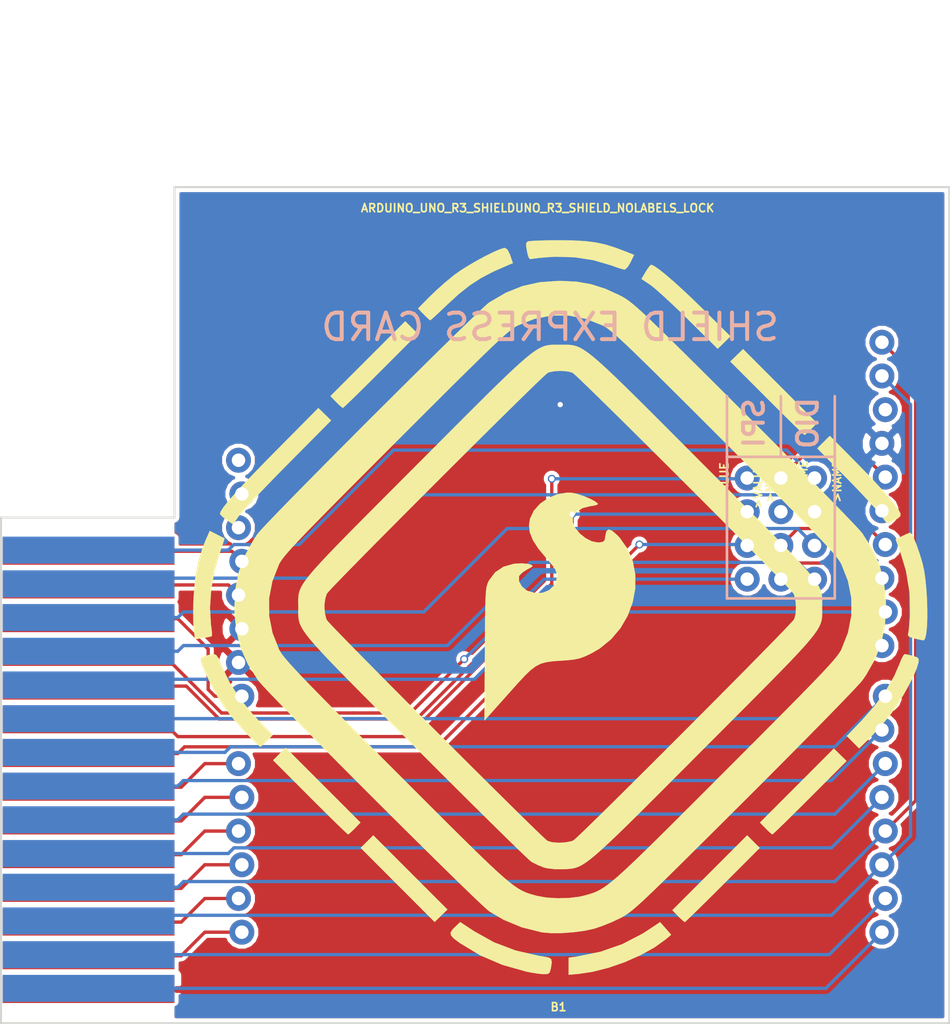
<source format=kicad_pcb>
(kicad_pcb (version 4) (host pcbnew 4.0.6)

  (general
    (links 40)
    (no_connects 6)
    (area 163.627999 101.521919 235.279001 178.891001)
    (thickness 1.6)
    (drawings 18)
    (tracks 150)
    (zones 0)
    (modules 33)
    (nets 32)
  )

  (page A3)
  (layers
    (0 F.Cu signal)
    (31 B.Cu signal)
    (32 B.Adhes user)
    (33 F.Adhes user)
    (34 B.Paste user)
    (35 F.Paste user)
    (36 B.SilkS user)
    (37 F.SilkS user)
    (38 B.Mask user)
    (39 F.Mask user)
    (40 Dwgs.User user)
    (41 Cmts.User user)
    (42 Eco1.User user)
    (43 Eco2.User user)
    (44 Edge.Cuts user)
    (45 Margin user)
    (46 B.CrtYd user)
    (47 F.CrtYd user)
    (48 B.Fab user)
    (49 F.Fab user)
  )

  (setup
    (last_trace_width 0.25)
    (trace_clearance 0.2)
    (zone_clearance 0.3)
    (zone_45_only no)
    (trace_min 0.2)
    (segment_width 0.2)
    (edge_width 0.15)
    (via_size 0.6)
    (via_drill 0.4)
    (via_min_size 0.4)
    (via_min_drill 0.3)
    (uvia_size 0.3)
    (uvia_drill 0.1)
    (uvias_allowed no)
    (uvia_min_size 0.2)
    (uvia_min_drill 0.1)
    (pcb_text_width 0.3)
    (pcb_text_size 1.5 1.5)
    (mod_edge_width 0.15)
    (mod_text_size 1 1)
    (mod_text_width 0.15)
    (pad_size 1.8796 1.8796)
    (pad_drill 1.016)
    (pad_to_mask_clearance 0.2)
    (aux_axis_origin 0 0)
    (visible_elements 7FFFFFFF)
    (pcbplotparams
      (layerselection 0x010f0_80000001)
      (usegerberextensions true)
      (excludeedgelayer true)
      (linewidth 0.100000)
      (plotframeref false)
      (viasonmask false)
      (mode 1)
      (useauxorigin false)
      (hpglpennumber 1)
      (hpglpenspeed 20)
      (hpglpendiameter 15)
      (hpglpenoverlay 2)
      (psnegative false)
      (psa4output false)
      (plotreference true)
      (plotvalue true)
      (plotinvisibletext false)
      (padsonsilk false)
      (subtractmaskfromsilk false)
      (outputformat 1)
      (mirror false)
      (drillshape 0)
      (scaleselection 1)
      (outputdirectory card/))
  )

  (net 0 "")
  (net 1 GND)
  (net 2 3.3V)
  (net 3 5V)
  (net 4 12V)
  (net 5 /MISO)
  (net 6 /SCK)
  (net 7 /MOSI)
  (net 8 /RESET)
  (net 9 /D0)
  (net 10 /D1)
  (net 11 /D2)
  (net 12 /D3)
  (net 13 /D4)
  (net 14 /D5)
  (net 15 /D6)
  (net 16 /D7)
  (net 17 /D8)
  (net 18 /D9)
  (net 19 /D10)
  (net 20 /D11)
  (net 21 /D12)
  (net 22 /D13)
  (net 23 /A5)
  (net 24 /A4)
  (net 25 /A3)
  (net 26 /A2)
  (net 27 /A1)
  (net 28 /A0)
  (net 29 /SS)
  (net 30 "Net-(B1-PadAREF)")
  (net 31 "Net-(B1-PadIORE)")

  (net_class Default "This is the default net class."
    (clearance 0.2)
    (trace_width 0.25)
    (via_dia 0.6)
    (via_drill 0.4)
    (uvia_dia 0.3)
    (uvia_drill 0.1)
    (add_net /A0)
    (add_net /A1)
    (add_net /A2)
    (add_net /A3)
    (add_net /A4)
    (add_net /A5)
    (add_net /D0)
    (add_net /D1)
    (add_net /D10)
    (add_net /D11)
    (add_net /D12)
    (add_net /D13)
    (add_net /D2)
    (add_net /D3)
    (add_net /D4)
    (add_net /D5)
    (add_net /D6)
    (add_net /D7)
    (add_net /D8)
    (add_net /D9)
    (add_net /MISO)
    (add_net /MOSI)
    (add_net /RESET)
    (add_net /SCK)
    (add_net /SS)
    (add_net 12V)
    (add_net 3.3V)
    (add_net 5V)
    (add_net GND)
    (add_net "Net-(B1-PadAREF)")
    (add_net "Net-(B1-PadIORE)")
  )

  (module UNO_R3_SHIELD_NOLABELS_LOCK (layer F.Cu) (tedit 200000) (tstamp 5A20757C)
    (at 205.994 147.828 180)
    (descr "ARDUINO UNO-COMPATIBLE FOOTPRINT")
    (tags "ARDUINO UNO-COMPATIBLE FOOTPRINT")
    (path /5A1F0FAC)
    (attr virtual)
    (fp_text reference B1 (at 0.254 -29.7688 180) (layer F.SilkS)
      (effects (font (size 0.6096 0.6096) (thickness 0.127)))
    )
    (fp_text value ARDUINO_UNO_R3_SHIELDUNO_R3_SHIELD_NOLABELS_LOCK (at 1.8288 30.4292 180) (layer F.SilkS)
      (effects (font (size 0.6096 0.6096) (thickness 0.127)))
    )
    (fp_line (start -24.13 30.48) (end -17.16786 30.48) (layer Dwgs.User) (width 0.254))
    (fp_line (start -17.16786 30.48) (end -4.96824 30.48) (layer Dwgs.User) (width 0.254))
    (fp_line (start -4.96824 30.48) (end 24.13 30.48) (layer Dwgs.User) (width 0.254))
    (fp_line (start 24.13 30.48) (end 26.67 27.94) (layer Dwgs.User) (width 0.254))
    (fp_line (start 26.67 -26.67) (end 24.13 -26.67) (layer Dwgs.User) (width 0.254))
    (fp_line (start 24.13 -26.67) (end 21.59 -29.21) (layer Dwgs.User) (width 0.254))
    (fp_line (start -26.67 -25.4) (end -26.67 27.94) (layer Dwgs.User) (width 0.254))
    (fp_line (start -26.67 27.94) (end -24.13 30.48) (layer Dwgs.User) (width 0.254))
    (fp_line (start 21.59 -29.21) (end -11.43 -29.21) (layer Dwgs.User) (width 0.254))
    (fp_line (start -11.43 -29.21) (end -13.97 -26.67) (layer Dwgs.User) (width 0.254))
    (fp_line (start -13.97 -26.67) (end -25.4 -26.67) (layer Dwgs.User) (width 0.254))
    (fp_line (start -25.4 -26.67) (end -26.67 -25.4) (layer Dwgs.User) (width 0.254))
    (fp_line (start 26.67 27.94) (end 26.67 -26.67) (layer Dwgs.User) (width 0.254))
    (fp_line (start -17.16786 45.97908) (end -4.96824 45.97908) (layer Dwgs.User) (width 0.254))
    (fp_line (start 13.52804 40.7797) (end 22.5298 40.7797) (layer Dwgs.User) (width 0.254))
    (fp_line (start -17.16786 45.97908) (end -17.16786 30.48) (layer Dwgs.User) (width 0.254))
    (fp_line (start -4.96824 45.97908) (end -4.96824 30.48) (layer Dwgs.User) (width 0.254))
    (fp_line (start 13.52804 40.7797) (end 13.52804 30.57906) (layer Dwgs.User) (width 0.254))
    (fp_line (start 22.5298 40.7797) (end 22.5298 30.57906) (layer Dwgs.User) (width 0.254))
    (fp_line (start -25.4 -25.4) (end -22.86 -25.4) (layer Dwgs.User) (width 0.127))
    (fp_line (start -22.86 -25.4) (end -22.86 -5.08) (layer Dwgs.User) (width 0.127))
    (fp_line (start -22.86 -5.08) (end -25.4 -5.08) (layer Dwgs.User) (width 0.127))
    (fp_line (start -25.4 -5.08) (end -25.4 -25.4) (layer Dwgs.User) (width 0.127))
    (fp_line (start -25.4 -3.81) (end -22.86 -3.81) (layer Dwgs.User) (width 0.127))
    (fp_line (start -22.86 -3.81) (end -22.86 21.59) (layer Dwgs.User) (width 0.127))
    (fp_line (start -22.86 21.59) (end -25.4 21.59) (layer Dwgs.User) (width 0.127))
    (fp_line (start -25.4 21.59) (end -25.4 -3.81) (layer Dwgs.User) (width 0.127))
    (fp_line (start 22.86 12.7) (end 25.4 12.7) (layer Dwgs.User) (width 0.127))
    (fp_line (start 25.4 12.7) (end 25.4 -7.62) (layer Dwgs.User) (width 0.127))
    (fp_line (start 25.4 -7.62) (end 22.86 -7.62) (layer Dwgs.User) (width 0.127))
    (fp_line (start 22.86 -7.62) (end 22.86 12.7) (layer Dwgs.User) (width 0.127))
    (fp_line (start 25.4 -10.16) (end 22.86 -10.16) (layer Dwgs.User) (width 0.127))
    (fp_line (start 22.86 -10.16) (end 22.86 -25.4) (layer Dwgs.User) (width 0.127))
    (fp_line (start 22.86 -25.4) (end 25.4 -25.4) (layer Dwgs.User) (width 0.127))
    (fp_line (start 25.4 -25.4) (end 25.4 -10.16) (layer Dwgs.User) (width 0.127))
    (fp_line (start -4.445 -22.86) (end -5.08 -23.495) (layer Dwgs.User) (width 0.254))
    (fp_line (start -5.08 -23.495) (end -5.08 -27.305) (layer Dwgs.User) (width 0.254))
    (fp_line (start -5.08 -27.305) (end -4.445 -27.94) (layer Dwgs.User) (width 0.254))
    (fp_line (start -4.445 -27.94) (end 1.905 -27.94) (layer Dwgs.User) (width 0.254))
    (fp_line (start 1.905 -27.94) (end 2.54 -27.305) (layer Dwgs.User) (width 0.254))
    (fp_line (start 2.54 -27.305) (end 2.54 -23.495) (layer Dwgs.User) (width 0.254))
    (fp_line (start 2.54 -23.495) (end 1.905 -22.86) (layer Dwgs.User) (width 0.254))
    (fp_line (start 1.905 -22.86) (end -4.445 -22.86) (layer Dwgs.User) (width 0.254))
    (fp_line (start -3.175 -22.352) (end -4.445 -22.352) (layer Dwgs.User) (width 0.2032))
    (fp_text user RST (at 1.397 -22.225 180) (layer Dwgs.User)
      (effects (font (size 0.508 0.508) (thickness 0.0762)))
    )
    (fp_text user ISP (at -1.016 -25.4 180) (layer Dwgs.User)
      (effects (font (size 0.508 0.508) (thickness 0.0762)))
    )
    (fp_text user USB (at -10.2108 44.0436 180) (layer Dwgs.User)
      (effects (font (size 0.8128 0.8128) (thickness 0.1524)))
    )
    (fp_text user "PWR JACK" (at 21.0312 38.9636 180) (layer Dwgs.User)
      (effects (font (size 0.8128 0.8128) (thickness 0.1524)))
    )
    (pad 3.3V thru_hole circle (at 24.13 3.81 180) (size 1.8796 1.8796) (drill 1.016) (layers *.Cu *.Paste *.Mask)
      (net 2 3.3V))
    (pad 5V thru_hole circle (at 24.384 1.27 180) (size 1.8796 1.8796) (drill 1.016) (layers *.Cu *.Paste *.Mask)
      (net 3 5V))
    (pad A0 thru_hole circle (at 24.384 -11.43 180) (size 1.8796 1.8796) (drill 1.016) (layers *.Cu *.Paste *.Mask)
      (net 28 /A0))
    (pad A1 thru_hole circle (at 24.13 -13.97 180) (size 1.8796 1.8796) (drill 1.016) (layers *.Cu *.Paste *.Mask)
      (net 27 /A1))
    (pad A2 thru_hole circle (at 24.384 -16.51 180) (size 1.8796 1.8796) (drill 1.016) (layers *.Cu *.Paste *.Mask)
      (net 26 /A2))
    (pad A3 thru_hole circle (at 24.13 -19.05 180) (size 1.8796 1.8796) (drill 1.016) (layers *.Cu *.Paste *.Mask)
      (net 25 /A3))
    (pad A4 thru_hole circle (at 24.384 -21.59 180) (size 1.8796 1.8796) (drill 1.016) (layers *.Cu *.Paste *.Mask)
      (net 24 /A4))
    (pad A5 thru_hole circle (at 24.13 -24.13 180) (size 1.8796 1.8796) (drill 1.016) (layers *.Cu *.Paste *.Mask)
      (net 23 /A5))
    (pad AREF thru_hole circle (at -24.384 15.24 180) (size 1.8796 1.8796) (drill 1.016) (layers *.Cu *.Paste *.Mask)
      (net 30 "Net-(B1-PadAREF)"))
    (pad D2 thru_hole circle (at -24.13 -19.05 180) (size 1.8796 1.8796) (drill 1.016) (layers *.Cu *.Paste *.Mask)
      (net 11 /D2))
    (pad D3 thru_hole circle (at -24.384 -16.51 180) (size 1.8796 1.8796) (drill 1.016) (layers *.Cu *.Paste *.Mask)
      (net 12 /D3))
    (pad D4 thru_hole circle (at -24.13 -13.97 180) (size 1.8796 1.8796) (drill 1.016) (layers *.Cu *.Paste *.Mask)
      (net 13 /D4))
    (pad D5 thru_hole circle (at -24.384 -11.43 180) (size 1.8796 1.8796) (drill 1.016) (layers *.Cu *.Paste *.Mask)
      (net 14 /D5))
    (pad D6 thru_hole circle (at -24.13 -8.89 180) (size 1.8796 1.8796) (drill 1.016) (layers *.Cu *.Paste *.Mask)
      (net 15 /D6))
    (pad D7 thru_hole circle (at -24.384 -6.35 180) (size 1.8796 1.8796) (drill 1.016) (layers *.Cu *.Paste *.Mask)
      (net 16 /D7))
    (pad D8 thru_hole circle (at -24.13 -2.54 180) (size 1.8796 1.8796) (drill 1.016) (layers *.Cu *.Paste *.Mask)
      (net 17 /D8))
    (pad D9 thru_hole circle (at -24.384 0 180) (size 1.8796 1.8796) (drill 1.016) (layers *.Cu *.Paste *.Mask)
      (net 18 /D9))
    (pad D10 thru_hole circle (at -24.13 2.54 180) (size 1.8796 1.8796) (drill 1.016) (layers *.Cu *.Paste *.Mask)
      (net 19 /D10))
    (pad D11 thru_hole circle (at -24.384 5.08 180) (size 1.8796 1.8796) (drill 1.016) (layers *.Cu *.Paste *.Mask)
      (net 20 /D11))
    (pad D12 thru_hole circle (at -24.13 7.62 180) (size 1.8796 1.8796) (drill 1.016) (layers *.Cu *.Paste *.Mask)
      (net 21 /D12))
    (pad D13 thru_hole circle (at -24.384 10.16 180) (size 1.8796 1.8796) (drill 1.016) (layers *.Cu *.Paste *.Mask)
      (net 22 /D13))
    (pad GND@ thru_hole circle (at 24.13 -1.27 180) (size 1.8796 1.8796) (drill 1.016) (layers *.Cu *.Paste *.Mask)
      (net 1 GND))
    (pad GND@ thru_hole circle (at 24.384 -3.81 180) (size 1.8796 1.8796) (drill 1.016) (layers *.Cu *.Paste *.Mask)
      (net 1 GND))
    (pad GND@ thru_hole circle (at -24.13 12.7 180) (size 1.8796 1.8796) (drill 1.016) (layers *.Cu *.Paste *.Mask)
      (net 1 GND))
    (pad IORE thru_hole circle (at 24.13 8.89 180) (size 1.8796 1.8796) (drill 1.016) (layers *.Cu *.Paste *.Mask)
      (net 31 "Net-(B1-PadIORE)"))
    (pad NC thru_hole circle (at 24.384 11.43 180) (size 1.8796 1.8796) (drill 1.016) (layers *.Cu *.Paste *.Mask))
    (pad RES thru_hole circle (at 24.384 6.35 180) (size 1.8796 1.8796) (drill 1.016) (layers *.Cu *.Paste *.Mask)
      (net 8 /RESET))
    (pad RX thru_hole circle (at -24.13 -24.13 180) (size 1.8796 1.8796) (drill 1.016) (layers *.Cu *.Paste *.Mask)
      (net 9 /D0))
    (pad SCL thru_hole circle (at -24.13 20.32 180) (size 1.8796 1.8796) (drill 1.016) (layers *.Cu *.Paste *.Mask)
      (net 12 /D3))
    (pad SDA thru_hole circle (at -24.13 17.78 180) (size 1.8796 1.8796) (drill 1.016) (layers *.Cu *.Paste *.Mask)
      (net 11 /D2))
    (pad TX thru_hole circle (at -24.384 -21.59 180) (size 1.8796 1.8796) (drill 1.016) (layers *.Cu *.Paste *.Mask)
      (net 10 /D1))
    (pad VIN thru_hole circle (at 24.13 -6.35 180) (size 1.8796 1.8796) (drill 1.016) (layers *.Cu *.Paste *.Mask)
      (net 4 12V))
  )

  (module Connectors:1X04_NO_SILK (layer F.Cu) (tedit 5A207F04) (tstamp 5A212FBF)
    (at 225.044 137.739262 270)
    (descr "PLATED THROUGH HOLE - 4 PIN NO SILK OUTLINE")
    (tags "PLATED THROUGH HOLE - 4 PIN NO SILK OUTLINE")
    (attr virtual)
    (fp_text reference >NAME (at 0.254 -1.7018 270) (layer F.SilkS)
      (effects (font (size 0.6096 0.6096) (thickness 0.127)))
    )
    (fp_text value >VALUE (at 0.5588 1.7272 270) (layer F.SilkS)
      (effects (font (size 0.6096 0.6096) (thickness 0.127)))
    )
    (fp_line (start 7.366 0.254) (end 7.874 0.254) (layer Dwgs.User) (width 0.06604))
    (fp_line (start 7.874 0.254) (end 7.874 -0.254) (layer Dwgs.User) (width 0.06604))
    (fp_line (start 7.366 -0.254) (end 7.874 -0.254) (layer Dwgs.User) (width 0.06604))
    (fp_line (start 7.366 0.254) (end 7.366 -0.254) (layer Dwgs.User) (width 0.06604))
    (fp_line (start 4.826 0.254) (end 5.334 0.254) (layer Dwgs.User) (width 0.06604))
    (fp_line (start 5.334 0.254) (end 5.334 -0.254) (layer Dwgs.User) (width 0.06604))
    (fp_line (start 4.826 -0.254) (end 5.334 -0.254) (layer Dwgs.User) (width 0.06604))
    (fp_line (start 4.826 0.254) (end 4.826 -0.254) (layer Dwgs.User) (width 0.06604))
    (fp_line (start 2.286 0.254) (end 2.794 0.254) (layer Dwgs.User) (width 0.06604))
    (fp_line (start 2.794 0.254) (end 2.794 -0.254) (layer Dwgs.User) (width 0.06604))
    (fp_line (start 2.286 -0.254) (end 2.794 -0.254) (layer Dwgs.User) (width 0.06604))
    (fp_line (start 2.286 0.254) (end 2.286 -0.254) (layer Dwgs.User) (width 0.06604))
    (fp_line (start -0.254 0.254) (end 0.254 0.254) (layer Dwgs.User) (width 0.06604))
    (fp_line (start 0.254 0.254) (end 0.254 -0.254) (layer Dwgs.User) (width 0.06604))
    (fp_line (start -0.254 -0.254) (end 0.254 -0.254) (layer Dwgs.User) (width 0.06604))
    (fp_line (start -0.254 0.254) (end -0.254 -0.254) (layer Dwgs.User) (width 0.06604))
    (pad 1 thru_hole circle (at 0 0 270) (size 1.8796 1.8796) (drill 1.016) (layers *.Cu *.Paste *.Mask)
      (net 22 /D13))
    (pad 2 thru_hole circle (at 2.54 0 270) (size 1.8796 1.8796) (drill 1.016) (layers *.Cu *.Paste *.Mask)
      (net 21 /D12))
    (pad D11 thru_hole circle (at 5.08 0 270) (size 1.8796 1.8796) (drill 1.016) (layers *.Cu *.Paste *.Mask)
      (net 20 /D11))
    (pad 4 thru_hole circle (at 7.62 0 270) (size 1.8796 1.8796) (drill 1.016) (layers *.Cu *.Paste *.Mask)
      (net 19 /D10))
  )

  (module Connectors:1X04_NO_SILK (layer F.Cu) (tedit 5A207ECF) (tstamp 5A212D2F)
    (at 219.964 137.739262 270)
    (descr "PLATED THROUGH HOLE - 4 PIN NO SILK OUTLINE")
    (tags "PLATED THROUGH HOLE - 4 PIN NO SILK OUTLINE")
    (attr virtual)
    (fp_text reference >NAME (at 0.254 -1.7018 270) (layer F.SilkS)
      (effects (font (size 0.6096 0.6096) (thickness 0.127)))
    )
    (fp_text value >VALUE (at 0.5588 1.7272 270) (layer F.SilkS)
      (effects (font (size 0.6096 0.6096) (thickness 0.127)))
    )
    (fp_line (start 7.366 0.254) (end 7.874 0.254) (layer Dwgs.User) (width 0.06604))
    (fp_line (start 7.874 0.254) (end 7.874 -0.254) (layer Dwgs.User) (width 0.06604))
    (fp_line (start 7.366 -0.254) (end 7.874 -0.254) (layer Dwgs.User) (width 0.06604))
    (fp_line (start 7.366 0.254) (end 7.366 -0.254) (layer Dwgs.User) (width 0.06604))
    (fp_line (start 4.826 0.254) (end 5.334 0.254) (layer Dwgs.User) (width 0.06604))
    (fp_line (start 5.334 0.254) (end 5.334 -0.254) (layer Dwgs.User) (width 0.06604))
    (fp_line (start 4.826 -0.254) (end 5.334 -0.254) (layer Dwgs.User) (width 0.06604))
    (fp_line (start 4.826 0.254) (end 4.826 -0.254) (layer Dwgs.User) (width 0.06604))
    (fp_line (start 2.286 0.254) (end 2.794 0.254) (layer Dwgs.User) (width 0.06604))
    (fp_line (start 2.794 0.254) (end 2.794 -0.254) (layer Dwgs.User) (width 0.06604))
    (fp_line (start 2.286 -0.254) (end 2.794 -0.254) (layer Dwgs.User) (width 0.06604))
    (fp_line (start 2.286 0.254) (end 2.286 -0.254) (layer Dwgs.User) (width 0.06604))
    (fp_line (start -0.254 0.254) (end 0.254 0.254) (layer Dwgs.User) (width 0.06604))
    (fp_line (start 0.254 0.254) (end 0.254 -0.254) (layer Dwgs.User) (width 0.06604))
    (fp_line (start -0.254 -0.254) (end 0.254 -0.254) (layer Dwgs.User) (width 0.06604))
    (fp_line (start -0.254 0.254) (end -0.254 -0.254) (layer Dwgs.User) (width 0.06604))
    (pad 1 thru_hole circle (at 0 0 270) (size 1.8796 1.8796) (drill 1.016) (layers *.Cu *.Paste *.Mask)
      (net 6 /SCK))
    (pad 2 thru_hole circle (at 2.54 0 270) (size 1.8796 1.8796) (drill 1.016) (layers *.Cu *.Paste *.Mask)
      (net 5 /MISO))
    (pad 3 thru_hole circle (at 5.08 0 270) (size 1.8796 1.8796) (drill 1.016) (layers *.Cu *.Paste *.Mask)
      (net 7 /MOSI))
    (pad 4 thru_hole circle (at 7.62 0 270) (size 1.8796 1.8796) (drill 1.016) (layers *.Cu *.Paste *.Mask)
      (net 29 /SS))
  )

  (module Connectors:1X04_NO_SILK (layer F.Cu) (tedit 5A207F1A) (tstamp 5A212D18)
    (at 222.504 137.739262 270)
    (descr "PLATED THROUGH HOLE - 4 PIN NO SILK OUTLINE")
    (tags "PLATED THROUGH HOLE - 4 PIN NO SILK OUTLINE")
    (attr virtual)
    (fp_text reference >NAME (at 0.254 -1.7018 270) (layer F.SilkS)
      (effects (font (size 0.6096 0.6096) (thickness 0.127)))
    )
    (fp_text value >VALUE (at 0.5588 1.7272 270) (layer F.SilkS)
      (effects (font (size 0.6096 0.6096) (thickness 0.127)))
    )
    (fp_line (start 7.366 0.254) (end 7.874 0.254) (layer Dwgs.User) (width 0.06604))
    (fp_line (start 7.874 0.254) (end 7.874 -0.254) (layer Dwgs.User) (width 0.06604))
    (fp_line (start 7.366 -0.254) (end 7.874 -0.254) (layer Dwgs.User) (width 0.06604))
    (fp_line (start 7.366 0.254) (end 7.366 -0.254) (layer Dwgs.User) (width 0.06604))
    (fp_line (start 4.826 0.254) (end 5.334 0.254) (layer Dwgs.User) (width 0.06604))
    (fp_line (start 5.334 0.254) (end 5.334 -0.254) (layer Dwgs.User) (width 0.06604))
    (fp_line (start 4.826 -0.254) (end 5.334 -0.254) (layer Dwgs.User) (width 0.06604))
    (fp_line (start 4.826 0.254) (end 4.826 -0.254) (layer Dwgs.User) (width 0.06604))
    (fp_line (start 2.286 0.254) (end 2.794 0.254) (layer Dwgs.User) (width 0.06604))
    (fp_line (start 2.794 0.254) (end 2.794 -0.254) (layer Dwgs.User) (width 0.06604))
    (fp_line (start 2.286 -0.254) (end 2.794 -0.254) (layer Dwgs.User) (width 0.06604))
    (fp_line (start 2.286 0.254) (end 2.286 -0.254) (layer Dwgs.User) (width 0.06604))
    (fp_line (start -0.254 0.254) (end 0.254 0.254) (layer Dwgs.User) (width 0.06604))
    (fp_line (start 0.254 0.254) (end 0.254 -0.254) (layer Dwgs.User) (width 0.06604))
    (fp_line (start -0.254 -0.254) (end 0.254 -0.254) (layer Dwgs.User) (width 0.06604))
    (fp_line (start -0.254 0.254) (end -0.254 -0.254) (layer Dwgs.User) (width 0.06604))
    (pad 1 thru_hole circle (at 0 0 270) (size 1.8796 1.8796) (drill 1.016) (layers *.Cu *.Paste *.Mask)
      (net 22 /D13))
    (pad 2 thru_hole circle (at 2.54 0 270) (size 1.8796 1.8796) (drill 1.016) (layers *.Cu *.Paste *.Mask)
      (net 21 /D12))
    (pad D11 thru_hole circle (at 5.08 0 270) (size 1.8796 1.8796) (drill 1.016) (layers *.Cu *.Paste *.Mask)
      (net 20 /D11))
    (pad 4 thru_hole circle (at 7.62 0 270) (size 1.8796 1.8796) (drill 1.016) (layers *.Cu *.Paste *.Mask)
      (net 19 /D10))
  )

  (module Connectors:PAD.02X.02 (layer B.Cu) (tedit 5A207ADC) (tstamp 5A20D17E)
    (at 170.307 153.329876)
    (descr "ELECTRICALLY CONDUCTIVE PAD 0.02\" SQUARE")
    (tags "ELECTRICALLY CONDUCTIVE PAD 0.02\" SQUARE")
    (attr smd)
    (fp_text reference "" (at 0 0) (layer B.SilkS)
      (effects (font (thickness 0.15)) (justify mirror))
    )
    (fp_text value "" (at 0 0) (layer B.SilkS)
      (effects (font (thickness 0.15)) (justify mirror))
    )
    (pad P$1 smd rect (at 0 0) (size 12.954 2.032) (layers B.Cu B.Paste B.Mask)
      (net 18 /D9))
  )

  (module Connectors:PAD.02X.02 (layer B.Cu) (tedit 5A207AD5) (tstamp 5A20D17A)
    (at 170.307 155.869876)
    (descr "ELECTRICALLY CONDUCTIVE PAD 0.02\" SQUARE")
    (tags "ELECTRICALLY CONDUCTIVE PAD 0.02\" SQUARE")
    (attr smd)
    (fp_text reference "" (at 0 0) (layer B.SilkS)
      (effects (font (thickness 0.15)) (justify mirror))
    )
    (fp_text value "" (at 0 0) (layer B.SilkS)
      (effects (font (thickness 0.15)) (justify mirror))
    )
    (pad P$1 smd rect (at 0 0) (size 12.954 2.032) (layers B.Cu B.Paste B.Mask)
      (net 17 /D8))
  )

  (module Connectors:PAD.02X.02 (layer B.Cu) (tedit 5A207ACE) (tstamp 5A20D176)
    (at 170.307 158.409876)
    (descr "ELECTRICALLY CONDUCTIVE PAD 0.02\" SQUARE")
    (tags "ELECTRICALLY CONDUCTIVE PAD 0.02\" SQUARE")
    (attr smd)
    (fp_text reference "" (at 0 0) (layer B.SilkS)
      (effects (font (thickness 0.15)) (justify mirror))
    )
    (fp_text value "" (at 0 0) (layer B.SilkS)
      (effects (font (thickness 0.15)) (justify mirror))
    )
    (pad P$1 smd rect (at 0 0) (size 12.954 2.032) (layers B.Cu B.Paste B.Mask)
      (net 16 /D7))
  )

  (module Connectors:PAD.02X.02 (layer B.Cu) (tedit 5A207AC1) (tstamp 5A20D172)
    (at 170.307 160.949876)
    (descr "ELECTRICALLY CONDUCTIVE PAD 0.02\" SQUARE")
    (tags "ELECTRICALLY CONDUCTIVE PAD 0.02\" SQUARE")
    (attr smd)
    (fp_text reference "" (at 0 0) (layer B.SilkS)
      (effects (font (thickness 0.15)) (justify mirror))
    )
    (fp_text value "" (at 0 0) (layer B.SilkS)
      (effects (font (thickness 0.15)) (justify mirror))
    )
    (pad P$1 smd rect (at 0 0) (size 12.954 2.032) (layers B.Cu B.Paste B.Mask)
      (net 15 /D6))
  )

  (module Connectors:PAD.02X.02 (layer B.Cu) (tedit 5A207ABA) (tstamp 5A20D16E)
    (at 170.307 163.489876)
    (descr "ELECTRICALLY CONDUCTIVE PAD 0.02\" SQUARE")
    (tags "ELECTRICALLY CONDUCTIVE PAD 0.02\" SQUARE")
    (attr smd)
    (fp_text reference "" (at 0 0) (layer B.SilkS)
      (effects (font (thickness 0.15)) (justify mirror))
    )
    (fp_text value "" (at 0 0) (layer B.SilkS)
      (effects (font (thickness 0.15)) (justify mirror))
    )
    (pad P$1 smd rect (at 0 0) (size 12.954 2.032) (layers B.Cu B.Paste B.Mask)
      (net 14 /D5))
  )

  (module Connectors:PAD.02X.02 (layer B.Cu) (tedit 5A207AB2) (tstamp 5A20D16A)
    (at 170.307 166.029876)
    (descr "ELECTRICALLY CONDUCTIVE PAD 0.02\" SQUARE")
    (tags "ELECTRICALLY CONDUCTIVE PAD 0.02\" SQUARE")
    (attr smd)
    (fp_text reference "" (at 0 0) (layer B.SilkS)
      (effects (font (thickness 0.15)) (justify mirror))
    )
    (fp_text value "" (at 0 0) (layer B.SilkS)
      (effects (font (thickness 0.15)) (justify mirror))
    )
    (pad P$1 smd rect (at 0 0) (size 12.954 2.032) (layers B.Cu B.Paste B.Mask)
      (net 13 /D4))
  )

  (module Connectors:PAD.02X.02 (layer B.Cu) (tedit 5A207AAB) (tstamp 5A20D166)
    (at 170.307 168.569876)
    (descr "ELECTRICALLY CONDUCTIVE PAD 0.02\" SQUARE")
    (tags "ELECTRICALLY CONDUCTIVE PAD 0.02\" SQUARE")
    (attr smd)
    (fp_text reference "" (at 0 0) (layer B.SilkS)
      (effects (font (thickness 0.15)) (justify mirror))
    )
    (fp_text value "" (at 0 0) (layer B.SilkS)
      (effects (font (thickness 0.15)) (justify mirror))
    )
    (pad P$1 smd rect (at 0 0) (size 12.954 2.032) (layers B.Cu B.Paste B.Mask)
      (net 12 /D3))
  )

  (module Connectors:PAD.02X.02 (layer B.Cu) (tedit 5A207AA5) (tstamp 5A20D162)
    (at 170.307 171.109876)
    (descr "ELECTRICALLY CONDUCTIVE PAD 0.02\" SQUARE")
    (tags "ELECTRICALLY CONDUCTIVE PAD 0.02\" SQUARE")
    (attr smd)
    (fp_text reference "" (at 0 0) (layer B.SilkS)
      (effects (font (thickness 0.15)) (justify mirror))
    )
    (fp_text value "" (at 0 0) (layer B.SilkS)
      (effects (font (thickness 0.15)) (justify mirror))
    )
    (pad P$1 smd rect (at 0 0) (size 12.954 2.032) (layers B.Cu B.Paste B.Mask)
      (net 11 /D2))
  )

  (module Connectors:PAD.02X.02 (layer B.Cu) (tedit 5A207AEE) (tstamp 5A20D15E)
    (at 170.307 145.709876)
    (descr "ELECTRICALLY CONDUCTIVE PAD 0.02\" SQUARE")
    (tags "ELECTRICALLY CONDUCTIVE PAD 0.02\" SQUARE")
    (attr smd)
    (fp_text reference "" (at 0 0) (layer B.SilkS)
      (effects (font (thickness 0.15)) (justify mirror))
    )
    (fp_text value "" (at 0 0) (layer B.SilkS)
      (effects (font (thickness 0.15)) (justify mirror))
    )
    (pad P$1 smd rect (at 0 0) (size 12.954 2.032) (layers B.Cu B.Paste B.Mask)
      (net 21 /D12))
  )

  (module Connectors:PAD.02X.02 (layer B.Cu) (tedit 5A207AE8) (tstamp 5A20D15A)
    (at 170.307 148.249876)
    (descr "ELECTRICALLY CONDUCTIVE PAD 0.02\" SQUARE")
    (tags "ELECTRICALLY CONDUCTIVE PAD 0.02\" SQUARE")
    (attr smd)
    (fp_text reference "" (at 0 0) (layer B.SilkS)
      (effects (font (thickness 0.15)) (justify mirror))
    )
    (fp_text value "" (at 0 0) (layer B.SilkS)
      (effects (font (thickness 0.15)) (justify mirror))
    )
    (pad P$1 smd rect (at 0 0) (size 12.954 2.032) (layers B.Cu B.Paste B.Mask)
      (net 20 /D11))
  )

  (module Connectors:PAD.02X.02 (layer B.Cu) (tedit 5A207AE2) (tstamp 5A20D156)
    (at 170.307 150.789876)
    (descr "ELECTRICALLY CONDUCTIVE PAD 0.02\" SQUARE")
    (tags "ELECTRICALLY CONDUCTIVE PAD 0.02\" SQUARE")
    (attr smd)
    (fp_text reference "" (at 0 0) (layer B.SilkS)
      (effects (font (thickness 0.15)) (justify mirror))
    )
    (fp_text value "" (at 0 0) (layer B.SilkS)
      (effects (font (thickness 0.15)) (justify mirror))
    )
    (pad P$1 smd rect (at 0 0) (size 12.954 2.032) (layers B.Cu B.Paste B.Mask)
      (net 19 /D10))
  )

  (module Connectors:PAD.02X.02 (layer B.Cu) (tedit 5A207A9E) (tstamp 5A20D152)
    (at 170.307 173.649876)
    (descr "ELECTRICALLY CONDUCTIVE PAD 0.02\" SQUARE")
    (tags "ELECTRICALLY CONDUCTIVE PAD 0.02\" SQUARE")
    (attr smd)
    (fp_text reference "" (at 0 0) (layer B.SilkS)
      (effects (font (thickness 0.15)) (justify mirror))
    )
    (fp_text value "" (at 0 0) (layer B.SilkS)
      (effects (font (thickness 0.15)) (justify mirror))
    )
    (pad P$1 smd rect (at 0 0) (size 12.954 2.032) (layers B.Cu B.Paste B.Mask)
      (net 10 /D1))
  )

  (module Connectors:PAD.02X.02 (layer B.Cu) (tedit 5A207A98) (tstamp 5A20D14E)
    (at 170.307 176.189876)
    (descr "ELECTRICALLY CONDUCTIVE PAD 0.02\" SQUARE")
    (tags "ELECTRICALLY CONDUCTIVE PAD 0.02\" SQUARE")
    (attr smd)
    (fp_text reference "" (at 0 0) (layer B.SilkS)
      (effects (font (thickness 0.15)) (justify mirror))
    )
    (fp_text value "" (at 0 0) (layer B.SilkS)
      (effects (font (thickness 0.15)) (justify mirror))
    )
    (pad P$1 smd rect (at 0 0) (size 12.954 2.032) (layers B.Cu B.Paste B.Mask)
      (net 9 /D0))
  )

  (module Connectors:PAD.02X.02 (layer B.Cu) (tedit 5A207AF4) (tstamp 5A20D14A)
    (at 170.307 143.169876)
    (descr "ELECTRICALLY CONDUCTIVE PAD 0.02\" SQUARE")
    (tags "ELECTRICALLY CONDUCTIVE PAD 0.02\" SQUARE")
    (attr smd)
    (fp_text reference "" (at 0 0) (layer B.SilkS)
      (effects (font (thickness 0.15)) (justify mirror))
    )
    (fp_text value "" (at 0 0) (layer B.SilkS)
      (effects (font (thickness 0.15)) (justify mirror))
    )
    (pad P$1 smd rect (at 0 0) (size 12.954 2.032) (layers B.Cu B.Paste B.Mask)
      (net 22 /D13))
  )

  (module Connectors:PAD.02X.02 (layer F.Cu) (tedit 5A20797F) (tstamp 5A20D141)
    (at 170.307 176.276)
    (descr "ELECTRICALLY CONDUCTIVE PAD 0.02\" SQUARE")
    (tags "ELECTRICALLY CONDUCTIVE PAD 0.02\" SQUARE")
    (attr smd)
    (fp_text reference "" (at 0 0) (layer F.SilkS)
      (effects (font (thickness 0.15)))
    )
    (fp_text value "" (at 0 0) (layer F.SilkS)
      (effects (font (thickness 0.15)))
    )
    (pad P$1 smd rect (at 0 0) (size 12.954 2.032) (layers F.Cu F.Paste F.Mask)
      (net 1 GND))
  )

  (module Connectors:PAD.02X.02 (layer F.Cu) (tedit 5A207970) (tstamp 5A20D13D)
    (at 170.307 173.736)
    (descr "ELECTRICALLY CONDUCTIVE PAD 0.02\" SQUARE")
    (tags "ELECTRICALLY CONDUCTIVE PAD 0.02\" SQUARE")
    (attr smd)
    (fp_text reference "" (at 0 0) (layer F.SilkS)
      (effects (font (thickness 0.15)))
    )
    (fp_text value "" (at 0 0) (layer F.SilkS)
      (effects (font (thickness 0.15)))
    )
    (pad P$1 smd rect (at 0 0) (size 12.954 2.032) (layers F.Cu F.Paste F.Mask)
      (net 23 /A5))
  )

  (module Connectors:PAD.02X.02 (layer F.Cu) (tedit 5A20796B) (tstamp 5A20D139)
    (at 170.307 171.196)
    (descr "ELECTRICALLY CONDUCTIVE PAD 0.02\" SQUARE")
    (tags "ELECTRICALLY CONDUCTIVE PAD 0.02\" SQUARE")
    (attr smd)
    (fp_text reference "" (at 0 0) (layer F.SilkS)
      (effects (font (thickness 0.15)))
    )
    (fp_text value "" (at 0 0) (layer F.SilkS)
      (effects (font (thickness 0.15)))
    )
    (pad P$1 smd rect (at 0 0) (size 12.954 2.032) (layers F.Cu F.Paste F.Mask)
      (net 24 /A4))
  )

  (module Connectors:PAD.02X.02 (layer F.Cu) (tedit 5A207965) (tstamp 5A20D135)
    (at 170.307 168.656)
    (descr "ELECTRICALLY CONDUCTIVE PAD 0.02\" SQUARE")
    (tags "ELECTRICALLY CONDUCTIVE PAD 0.02\" SQUARE")
    (attr smd)
    (fp_text reference "" (at 0 0) (layer F.SilkS)
      (effects (font (thickness 0.15)))
    )
    (fp_text value "" (at 0 0) (layer F.SilkS)
      (effects (font (thickness 0.15)))
    )
    (pad P$1 smd rect (at 0 0) (size 12.954 2.032) (layers F.Cu F.Paste F.Mask)
      (net 25 /A3))
  )

  (module Connectors:PAD.02X.02 (layer F.Cu) (tedit 5A20795F) (tstamp 5A20D12B)
    (at 170.307 166.116)
    (descr "ELECTRICALLY CONDUCTIVE PAD 0.02\" SQUARE")
    (tags "ELECTRICALLY CONDUCTIVE PAD 0.02\" SQUARE")
    (attr smd)
    (fp_text reference "" (at 0 0) (layer F.SilkS)
      (effects (font (thickness 0.15)))
    )
    (fp_text value "" (at 0 0) (layer F.SilkS)
      (effects (font (thickness 0.15)))
    )
    (pad P$1 smd rect (at 0 0) (size 12.954 2.032) (layers F.Cu F.Paste F.Mask)
      (net 26 /A2))
  )

  (module Connectors:PAD.02X.02 (layer F.Cu) (tedit 5A207959) (tstamp 5A20D123)
    (at 170.307 163.576)
    (descr "ELECTRICALLY CONDUCTIVE PAD 0.02\" SQUARE")
    (tags "ELECTRICALLY CONDUCTIVE PAD 0.02\" SQUARE")
    (attr smd)
    (fp_text reference "" (at 0 0) (layer F.SilkS)
      (effects (font (thickness 0.15)))
    )
    (fp_text value "" (at 0 0) (layer F.SilkS)
      (effects (font (thickness 0.15)))
    )
    (pad P$1 smd rect (at 0 0) (size 12.954 2.032) (layers F.Cu F.Paste F.Mask)
      (net 27 /A1))
  )

  (module Connectors:PAD.02X.02 (layer F.Cu) (tedit 5A207950) (tstamp 5A20D11F)
    (at 170.307 161.036)
    (descr "ELECTRICALLY CONDUCTIVE PAD 0.02\" SQUARE")
    (tags "ELECTRICALLY CONDUCTIVE PAD 0.02\" SQUARE")
    (attr smd)
    (fp_text reference "" (at 0 0) (layer F.SilkS)
      (effects (font (thickness 0.15)))
    )
    (fp_text value "" (at 0 0) (layer F.SilkS)
      (effects (font (thickness 0.15)))
    )
    (pad P$1 smd rect (at 0 0) (size 12.954 2.032) (layers F.Cu F.Paste F.Mask)
      (net 28 /A0))
  )

  (module Connectors:PAD.02X.02 (layer F.Cu) (tedit 5A207936) (tstamp 5A20D11B)
    (at 170.307 158.496)
    (descr "ELECTRICALLY CONDUCTIVE PAD 0.02\" SQUARE")
    (tags "ELECTRICALLY CONDUCTIVE PAD 0.02\" SQUARE")
    (attr smd)
    (fp_text reference "" (at 0 0) (layer F.SilkS)
      (effects (font (thickness 0.15)))
    )
    (fp_text value "" (at 0 0) (layer F.SilkS)
      (effects (font (thickness 0.15)))
    )
    (pad P$1 smd rect (at 0 0) (size 12.954 2.032) (layers F.Cu F.Paste F.Mask)
      (net 7 /MOSI))
  )

  (module Connectors:PAD.02X.02 (layer F.Cu) (tedit 5A20792F) (tstamp 5A20D117)
    (at 170.307 155.956)
    (descr "ELECTRICALLY CONDUCTIVE PAD 0.02\" SQUARE")
    (tags "ELECTRICALLY CONDUCTIVE PAD 0.02\" SQUARE")
    (attr smd)
    (fp_text reference "" (at 0 0) (layer F.SilkS)
      (effects (font (thickness 0.15)))
    )
    (fp_text value "" (at 0 0) (layer F.SilkS)
      (effects (font (thickness 0.15)))
    )
    (pad P$1 smd rect (at 0 0) (size 12.954 2.032) (layers F.Cu F.Paste F.Mask)
      (net 5 /MISO))
  )

  (module Connectors:PAD.02X.02 (layer F.Cu) (tedit 5A207922) (tstamp 5A20D113)
    (at 170.307 153.416)
    (descr "ELECTRICALLY CONDUCTIVE PAD 0.02\" SQUARE")
    (tags "ELECTRICALLY CONDUCTIVE PAD 0.02\" SQUARE")
    (attr smd)
    (fp_text reference "" (at 0 0) (layer F.SilkS)
      (effects (font (thickness 0.15)))
    )
    (fp_text value "" (at 0 0) (layer F.SilkS)
      (effects (font (thickness 0.15)))
    )
    (pad P$1 smd rect (at 0 0) (size 12.954 2.032) (layers F.Cu F.Paste F.Mask)
      (net 6 /SCK))
  )

  (module Connectors:PAD.02X.02 (layer F.Cu) (tedit 5A207914) (tstamp 5A20D10F)
    (at 170.307 150.876)
    (descr "ELECTRICALLY CONDUCTIVE PAD 0.02\" SQUARE")
    (tags "ELECTRICALLY CONDUCTIVE PAD 0.02\" SQUARE")
    (attr smd)
    (fp_text reference "" (at 0 0) (layer F.SilkS)
      (effects (font (thickness 0.15)))
    )
    (fp_text value "" (at 0 0) (layer F.SilkS)
      (effects (font (thickness 0.15)))
    )
    (pad P$1 smd rect (at 0 0) (size 12.954 2.032) (layers F.Cu F.Paste F.Mask)
      (net 29 /SS))
  )

  (module Connectors:PAD.02X.02 (layer F.Cu) (tedit 5A2078E9) (tstamp 5A20D10B)
    (at 170.307 148.336)
    (descr "ELECTRICALLY CONDUCTIVE PAD 0.02\" SQUARE")
    (tags "ELECTRICALLY CONDUCTIVE PAD 0.02\" SQUARE")
    (attr smd)
    (fp_text reference "" (at 0 0) (layer F.SilkS)
      (effects (font (thickness 0.15)))
    )
    (fp_text value "" (at 0 0) (layer F.SilkS)
      (effects (font (thickness 0.15)))
    )
    (pad P$1 smd rect (at 0 0) (size 12.954 2.032) (layers F.Cu F.Paste F.Mask)
      (net 4 12V))
  )

  (module Connectors:PAD.02X.02 (layer F.Cu) (tedit 5A2078CE) (tstamp 5A20D107)
    (at 170.307 145.796)
    (descr "ELECTRICALLY CONDUCTIVE PAD 0.02\" SQUARE")
    (tags "ELECTRICALLY CONDUCTIVE PAD 0.02\" SQUARE")
    (attr smd)
    (fp_text reference "" (at 0 0) (layer F.SilkS)
      (effects (font (thickness 0.15)))
    )
    (fp_text value "" (at 0 0) (layer F.SilkS)
      (effects (font (thickness 0.15)))
    )
    (pad P$1 smd rect (at 0 0) (size 12.954 2.032) (layers F.Cu F.Paste F.Mask)
      (net 3 5V))
  )

  (module Connectors:PAD.02X.02 (layer F.Cu) (tedit 5A2078C1) (tstamp 5A20D0E6)
    (at 170.307 143.256)
    (descr "ELECTRICALLY CONDUCTIVE PAD 0.02\" SQUARE")
    (tags "ELECTRICALLY CONDUCTIVE PAD 0.02\" SQUARE")
    (attr smd)
    (fp_text reference "" (at 0 0) (layer F.SilkS)
      (effects (font (thickness 0.15)))
    )
    (fp_text value "" (at 0 0) (layer F.SilkS)
      (effects (font (thickness 0.15)))
    )
    (pad P$1 smd rect (at 0 0) (size 12.954 2.032) (layers F.Cu F.Paste F.Mask)
      (net 2 3.3V))
  )

  (module Custom_Silk:FLAME (layer F.Cu) (tedit 0) (tstamp 5A2082B8)
    (at 205.867 147.447)
    (fp_text reference G*** (at 0 0) (layer F.SilkS) hide
      (effects (font (thickness 0.3)))
    )
    (fp_text value LOGO (at 0.75 0) (layer F.SilkS) hide
      (effects (font (thickness 0.3)))
    )
    (fp_poly (pts (xy -6.478958 24.446211) (xy -4.988045 25.275098) (xy -3.357994 25.891642) (xy -1.589347 26.295647)
      (xy -1.23825 26.348286) (xy -0.875469 26.416994) (xy -0.685746 26.536294) (xy -0.635401 26.766674)
      (xy -0.690751 27.168625) (xy -0.714375 27.289125) (xy -0.795222 27.554007) (xy -0.951837 27.661209)
      (xy -1.254125 27.675903) (xy -1.6283 27.642767) (xy -2.126923 27.567214) (xy -2.533753 27.488177)
      (xy -4.358252 26.974081) (xy -6.035605 26.255429) (xy -7.561855 25.333922) (xy -7.588999 25.31472)
      (xy -8.016397 24.994307) (xy -8.238802 24.754125) (xy -8.266987 24.540389) (xy -8.111725 24.299313)
      (xy -7.845433 24.034473) (xy -7.539542 23.748447) (xy -6.478958 24.446211)) (layer F.SilkS) (width 0.01))
    (fp_poly (pts (xy 7.950542 24.227162) (xy 8.368196 24.7015) (xy 7.962348 25.044215) (xy 7.100597 25.663907)
      (xy 6.05167 26.245404) (xy 4.882122 26.762141) (xy 3.658511 27.187557) (xy 2.447393 27.495088)
      (xy 1.439212 27.647631) (xy 0.635 27.722729) (xy 0.635 26.431563) (xy 1.23825 26.348286)
      (xy 3.031102 25.98513) (xy 4.685934 25.409998) (xy 6.20083 24.623585) (xy 6.475631 24.4484)
      (xy 7.532888 23.752825) (xy 7.950542 24.227162)) (layer F.SilkS) (width 0.01))
    (fp_poly (pts (xy 1.234424 -24.503601) (xy 2.347394 -24.309007) (xy 3.432916 -23.956695) (xy 4.501313 -23.466869)
      (xy 4.68048 -23.372479) (xy 4.857352 -23.270305) (xy 5.044065 -23.148899) (xy 5.252757 -22.996812)
      (xy 5.495563 -22.802596) (xy 5.784621 -22.554803) (xy 6.132069 -22.241985) (xy 6.550041 -21.852694)
      (xy 7.050677 -21.375481) (xy 7.646111 -20.798899) (xy 8.348482 -20.111499) (xy 9.169926 -19.301833)
      (xy 10.12258 -18.358453) (xy 11.218581 -17.269911) (xy 12.470065 -16.024759) (xy 13.885736 -14.614969)
      (xy 15.111687 -13.391483) (xy 16.295217 -12.205794) (xy 17.42266 -11.071851) (xy 18.48035 -10.003603)
      (xy 19.454618 -9.014999) (xy 20.331799 -8.119989) (xy 21.098226 -7.332521) (xy 21.740232 -6.666543)
      (xy 22.244151 -6.136006) (xy 22.596314 -5.754857) (xy 22.783057 -5.537046) (xy 22.792311 -5.5245)
      (xy 23.55101 -4.320751) (xy 24.084616 -3.121995) (xy 24.412541 -1.867686) (xy 24.554195 -0.497278)
      (xy 24.563375 0) (xy 24.479972 1.423027) (xy 24.216822 2.709604) (xy 23.754514 3.920277)
      (xy 23.073639 5.115593) (xy 22.792311 5.5245) (xy 22.623299 5.724778) (xy 22.287464 6.089824)
      (xy 21.798474 6.605688) (xy 21.169995 7.258423) (xy 20.415694 8.034079) (xy 19.549238 8.918707)
      (xy 18.584294 9.898357) (xy 17.534527 10.959082) (xy 16.413606 12.086932) (xy 15.235197 13.267958)
      (xy 14.012966 14.488211) (xy 13.885736 14.614968) (xy 12.466853 16.02795) (xy 11.21556 17.27289)
      (xy 10.119726 18.361234) (xy 9.167219 19.304427) (xy 8.345906 20.113916) (xy 7.643656 20.801146)
      (xy 7.048336 21.377562) (xy 6.547815 21.85461) (xy 6.129961 22.243736) (xy 5.782641 22.556385)
      (xy 5.493723 22.804003) (xy 5.251075 22.998036) (xy 5.042566 23.149929) (xy 4.856063 23.271128)
      (xy 4.679434 23.373078) (xy 4.505024 23.464937) (xy 3.894034 23.75007) (xy 3.218715 24.023132)
      (xy 2.611759 24.231013) (xy 2.536524 24.252811) (xy 1.826174 24.40707) (xy 0.994486 24.517763)
      (xy 0.129952 24.578985) (xy -0.678936 24.584832) (xy -1.343686 24.529397) (xy -1.418482 24.516727)
      (xy -2.907637 24.142146) (xy -4.264201 23.579856) (xy -5.334 22.952848) (xy -5.526364 22.794378)
      (xy -5.881097 22.470702) (xy -6.382373 21.997616) (xy -7.014368 21.390921) (xy -7.761257 20.666416)
      (xy -8.607215 19.839898) (xy -9.536417 18.927166) (xy -10.533039 17.94402) (xy -11.581256 16.906258)
      (xy -12.665242 15.829678) (xy -13.769173 14.73008) (xy -14.877224 13.623262) (xy -15.973571 12.525023)
      (xy -17.042388 11.451161) (xy -18.06785 10.417476) (xy -19.034134 9.439766) (xy -19.925413 8.53383)
      (xy -20.725863 7.715466) (xy -21.419659 7.000473) (xy -21.990977 6.404651) (xy -22.423991 5.943797)
      (xy -22.702877 5.633711) (xy -22.791157 5.5245) (xy -23.55012 4.322244) (xy -24.084111 3.123561)
      (xy -24.412387 1.868415) (xy -24.554208 0.496773) (xy -24.563376 0) (xy -24.526804 -0.636981)
      (xy -21.950097 -0.636981) (xy -21.947539 0.663341) (xy -21.692788 1.957466) (xy -21.198635 3.207626)
      (xy -21.114841 3.359695) (xy -20.999446 3.535244) (xy -20.841432 3.745788) (xy -20.629784 4.002844)
      (xy -20.353485 4.317928) (xy -20.001517 4.702556) (xy -19.562864 5.168244) (xy -19.02651 5.726509)
      (xy -18.381436 6.388867) (xy -17.616627 7.166834) (xy -16.721066 8.071927) (xy -15.683736 9.11566)
      (xy -14.49362 10.309551) (xy -13.139701 11.665116) (xy -12.402499 12.402498) (xy -10.94321 13.861727)
      (xy -9.651276 15.152478) (xy -8.514258 16.28569) (xy -7.519716 17.2723) (xy -6.655212 18.123248)
      (xy -5.908306 18.849471) (xy -5.266558 19.461907) (xy -4.71753 19.971495) (xy -4.248783 20.389172)
      (xy -3.847876 20.725878) (xy -3.50237 20.99255) (xy -3.199828 21.200125) (xy -2.927808 21.359544)
      (xy -2.673872 21.481742) (xy -2.42558 21.57766) (xy -2.170494 21.658234) (xy -1.896174 21.734404)
      (xy -1.743138 21.775541) (xy -1.032634 21.902034) (xy -0.189466 21.954178) (xy 0.676097 21.931769)
      (xy 1.453781 21.834603) (xy 1.688694 21.781885) (xy 1.98448 21.704756) (xy 2.253222 21.629386)
      (xy 2.507389 21.544858) (xy 2.759451 21.440256) (xy 3.021878 21.304662) (xy 3.30714 21.12716)
      (xy 3.627707 20.896833) (xy 3.996049 20.602763) (xy 4.424636 20.234035) (xy 4.925938 19.779732)
      (xy 5.512426 19.228935) (xy 6.196568 18.57073) (xy 6.990835 17.794198) (xy 7.907697 16.888424)
      (xy 8.959624 15.84249) (xy 10.159086 14.645479) (xy 11.518553 13.286475) (xy 12.402498 12.402498)
      (xy 13.84192 10.962303) (xy 15.112065 9.689504) (xy 16.223948 8.572585) (xy 17.188588 7.600032)
      (xy 18.017 6.760327) (xy 18.720201 6.041954) (xy 19.309209 5.433397) (xy 19.79504 4.92314)
      (xy 20.188711 4.499666) (xy 20.501239 4.15146) (xy 20.743639 3.867005) (xy 20.926931 3.634786)
      (xy 21.062129 3.443285) (xy 21.160251 3.280987) (xy 21.198634 3.207626) (xy 21.700461 1.931352)
      (xy 21.950096 0.63698) (xy 21.947538 -0.663342) (xy 21.692787 -1.957467) (xy 21.198634 -3.207627)
      (xy 21.11484 -3.359696) (xy 20.999445 -3.535245) (xy 20.841431 -3.745789) (xy 20.629783 -4.002845)
      (xy 20.353484 -4.317929) (xy 20.001516 -4.702557) (xy 19.562863 -5.168245) (xy 19.026509 -5.72651)
      (xy 18.381435 -6.388868) (xy 17.616626 -7.166835) (xy 16.721065 -8.071928) (xy 15.683735 -9.115661)
      (xy 14.493619 -10.309552) (xy 13.1397 -11.665117) (xy 12.402498 -12.402499) (xy 10.962303 -13.841921)
      (xy 9.689504 -15.112066) (xy 8.572585 -16.223949) (xy 7.600032 -17.188589) (xy 6.760327 -18.017001)
      (xy 6.041954 -18.720202) (xy 5.433397 -19.30921) (xy 4.92314 -19.795041) (xy 4.499666 -20.188712)
      (xy 4.15146 -20.50124) (xy 3.867005 -20.74364) (xy 3.634786 -20.926932) (xy 3.443285 -21.06213)
      (xy 3.280987 -21.160252) (xy 3.207626 -21.198635) (xy 1.931352 -21.700462) (xy 0.63698 -21.950097)
      (xy -0.663342 -21.947539) (xy -1.957467 -21.692788) (xy -3.207627 -21.198635) (xy -3.359696 -21.114841)
      (xy -3.535245 -20.999446) (xy -3.745789 -20.841432) (xy -4.002845 -20.629784) (xy -4.317929 -20.353485)
      (xy -4.702557 -20.001517) (xy -5.168245 -19.562864) (xy -5.72651 -19.02651) (xy -6.388868 -18.381436)
      (xy -7.166835 -17.616627) (xy -8.071928 -16.721066) (xy -9.115661 -15.683736) (xy -10.309552 -14.49362)
      (xy -11.665117 -13.139701) (xy -12.402499 -12.402499) (xy -13.841921 -10.962304) (xy -15.112066 -9.689505)
      (xy -16.223949 -8.572586) (xy -17.188589 -7.600033) (xy -18.017001 -6.760328) (xy -18.720202 -6.041955)
      (xy -19.30921 -5.433398) (xy -19.795041 -4.923141) (xy -20.188712 -4.499667) (xy -20.50124 -4.151461)
      (xy -20.74364 -3.867006) (xy -20.926932 -3.634787) (xy -21.06213 -3.443286) (xy -21.160252 -3.280988)
      (xy -21.198635 -3.207627) (xy -21.700462 -1.931353) (xy -21.950097 -0.636981) (xy -24.526804 -0.636981)
      (xy -24.483244 -1.395671) (xy -24.229501 -2.66088) (xy -23.782127 -3.859523) (xy -23.121102 -5.055493)
      (xy -22.852299 -5.461) (xy -22.687133 -5.659622) (xy -22.357093 -6.019774) (xy -21.877974 -6.525685)
      (xy -21.265568 -7.161583) (xy -20.53567 -7.9117) (xy -19.704074 -8.760263) (xy -18.786574 -9.691501)
      (xy -17.798964 -10.689645) (xy -16.757037 -11.738922) (xy -15.676588 -12.823562) (xy -14.57341 -13.927795)
      (xy -13.463298 -15.03585) (xy -12.362046 -16.131955) (xy -11.285447 -17.200339) (xy -10.249295 -18.225233)
      (xy -9.269385 -19.190865) (xy -8.36151 -20.081464) (xy -7.541464 -20.88126) (xy -6.825041 -21.574481)
      (xy -6.228036 -22.145356) (xy -5.766241 -22.578116) (xy -5.455452 -22.856989) (xy -5.334 -22.953671)
      (xy -4.089075 -23.676526) (xy -2.845063 -24.173189) (xy -1.539849 -24.462406) (xy -0.111316 -24.562922)
      (xy 0 -24.563376) (xy 1.234424 -24.503601)) (layer F.SilkS) (width 0.01))
    (fp_poly (pts (xy -8.503315 22.802899) (xy -9.467885 23.744777) (xy -12.257093 20.953405) (xy -15.046302 18.162034)
      (xy -14.095241 17.210973) (xy -8.503315 22.802899)) (layer F.SilkS) (width 0.01))
    (fp_poly (pts (xy 15.046301 18.162034) (xy 12.254983 20.955517) (xy 11.564517 21.644305) (xy 10.931654 22.27139)
      (xy 10.37859 22.815112) (xy 9.927524 23.253809) (xy 9.600655 23.565821) (xy 9.42018 23.729485)
      (xy 9.392245 23.749) (xy 9.270035 23.665607) (xy 9.038334 23.453149) (xy 8.88681 23.301209)
      (xy 8.452794 22.853418) (xy 11.274017 20.032196) (xy 14.09524 17.210973) (xy 15.046301 18.162034)) (layer F.SilkS) (width 0.01))
    (fp_poly (pts (xy -17.878018 13.428196) (xy -15.056795 16.249418) (xy -15.490811 16.697209) (xy -15.755595 16.956674)
      (xy -15.946139 17.118304) (xy -15.996246 17.145) (xy -16.100272 17.058517) (xy -16.361122 16.813509)
      (xy -16.756598 16.431638) (xy -17.264502 15.934565) (xy -17.862636 15.343951) (xy -18.528801 14.681456)
      (xy -18.858984 14.351517) (xy -21.650302 11.558034) (xy -20.699241 10.606973) (xy -17.878018 13.428196)) (layer F.SilkS) (width 0.01))
    (fp_poly (pts (xy 21.113044 11.142814) (xy 21.594973 11.613405) (xy 18.831319 14.379202) (xy 18.144377 15.064442)
      (xy 17.515109 15.68787) (xy 16.96583 16.227715) (xy 16.518856 16.662206) (xy 16.196503 16.969574)
      (xy 16.021086 17.128049) (xy 15.996245 17.145) (xy 15.874023 17.06161) (xy 15.642348 16.849176)
      (xy 15.491166 16.697576) (xy 15.057507 16.250153) (xy 17.844311 13.461188) (xy 20.631115 10.672222)
      (xy 21.113044 11.142814)) (layer F.SilkS) (width 0.01))
    (fp_poly (pts (xy 26.166964 3.588959) (xy 26.495016 3.668128) (xy 26.588662 3.693519) (xy 26.9003 3.79687)
      (xy 27.023847 3.92228) (xy 27.019072 4.147313) (xy 27.004029 4.232561) (xy 26.871713 4.663898)
      (xy 26.620899 5.24399) (xy 26.28252 5.916198) (xy 25.887507 6.623884) (xy 25.466793 7.310407)
      (xy 25.05131 7.91913) (xy 24.839116 8.196666) (xy 24.387731 8.73567) (xy 23.887989 9.299206)
      (xy 23.425391 9.791792) (xy 23.280741 9.936971) (xy 22.536708 10.666442) (xy 21.603134 9.732868)
      (xy 22.790418 8.495887) (xy 23.744273 7.409323) (xy 24.553531 6.297194) (xy 25.18732 5.205686)
      (xy 25.552917 4.362691) (xy 25.716079 3.956729) (xy 25.865972 3.66722) (xy 25.970202 3.556708)
      (xy 25.970364 3.556708) (xy 26.166964 3.588959)) (layer F.SilkS) (width 0.01))
    (fp_poly (pts (xy -25.92108 3.64103) (xy -25.758367 3.883774) (xy -25.569906 4.313948) (xy -25.476232 4.544876)
      (xy -24.917558 5.714228) (xy -24.197518 6.839479) (xy -23.283396 7.96867) (xy -22.762289 8.530114)
      (xy -21.674 9.659042) (xy -22.101413 10.100021) (xy -22.367906 10.357693) (xy -22.564433 10.516522)
      (xy -22.617089 10.541) (xy -22.733944 10.454011) (xy -22.986143 10.21736) (xy -23.3362 9.867517)
      (xy -23.733572 9.454755) (xy -24.592763 8.499802) (xy -25.286827 7.612927) (xy -25.864402 6.725021)
      (xy -26.374129 5.766976) (xy -26.46834 5.569142) (xy -26.7753 4.909692) (xy -26.980428 4.442584)
      (xy -27.0898 4.130222) (xy -27.109491 3.935009) (xy -27.045577 3.819348) (xy -26.904133 3.745642)
      (xy -26.770168 3.701374) (xy -26.375436 3.583431) (xy -26.109588 3.552116) (xy -25.92108 3.64103)) (layer F.SilkS) (width 0.01))
    (fp_poly (pts (xy 26.513039 -5.471588) (xy 26.678025 -5.148407) (xy 26.875474 -4.657545) (xy 27.089716 -4.038088)
      (xy 27.305077 -3.329124) (xy 27.312773 -3.302) (xy 27.433022 -2.764476) (xy 27.530127 -2.109086)
      (xy 27.603553 -1.376276) (xy 27.652761 -0.606492) (xy 27.677214 0.159821) (xy 27.676377 0.882217)
      (xy 27.64971 1.520251) (xy 27.596679 2.033476) (xy 27.516744 2.381447) (xy 27.409371 2.523719)
      (xy 27.390141 2.524748) (xy 27.181687 2.487292) (xy 26.836283 2.411543) (xy 26.695585 2.378403)
      (xy 26.352092 2.272226) (xy 26.21817 2.155203) (xy 26.227917 2.044405) (xy 26.268002 1.835739)
      (xy 26.312327 1.439047) (xy 26.354288 0.920073) (xy 26.375902 0.5715) (xy 26.342019 -1.067329)
      (xy 26.067177 -2.718084) (xy 25.663488 -4.058653) (xy 25.289546 -5.083279) (xy 25.784213 -5.33564)
      (xy 26.113206 -5.490756) (xy 26.350222 -5.579727) (xy 26.39619 -5.588) (xy 26.513039 -5.471588)) (layer F.SilkS) (width 0.01))
    (fp_poly (pts (xy -25.881021 -5.450405) (xy -25.558927 -5.286676) (xy -25.351249 -5.178673) (xy -25.312667 -5.156973)
      (xy -25.341344 -5.037672) (xy -25.43821 -4.734401) (xy -25.585361 -4.302153) (xy -25.663801 -4.078557)
      (xy -26.063824 -2.704637) (xy -26.31393 -1.298268) (xy -26.406425 0.072455) (xy -26.333615 1.339438)
      (xy -26.300877 1.560274) (xy -26.256989 1.922134) (xy -26.257086 2.1636) (xy -26.276698 2.214657)
      (xy -26.437627 2.259639) (xy -26.75879 2.320351) (xy -26.945012 2.349943) (xy -27.537523 2.438619)
      (xy -27.627916 1.715136) (xy -27.657427 1.303646) (xy -27.671125 0.716594) (xy -27.668352 0.031967)
      (xy -27.648447 -0.672249) (xy -27.648167 -0.678923) (xy -27.532475 -2.099418) (xy -27.304432 -3.351177)
      (xy -26.9503 -4.499541) (xy -26.733392 -5.028927) (xy -26.425542 -5.725031) (xy -25.881021 -5.450405)) (layer F.SilkS) (width 0.01))
    (fp_poly (pts (xy -17.753267 -14.515396) (xy -17.271238 -14.044708) (xy -20.553316 -10.737104) (xy -21.323257 -9.955941)
      (xy -22.051618 -9.207032) (xy -22.714984 -8.515194) (xy -23.289943 -7.905246) (xy -23.753082 -7.402004)
      (xy -24.080989 -7.030287) (xy -24.242798 -6.82625) (xy -24.466332 -6.502493) (xy -24.624768 -6.286616)
      (xy -24.675852 -6.230635) (xy -24.785761 -6.300159) (xy -25.034308 -6.46727) (xy -25.17775 -6.565317)
      (xy -25.46381 -6.786898) (xy -25.633684 -6.967043) (xy -25.654 -7.016918) (xy -25.585881 -7.212773)
      (xy -25.376812 -7.530076) (xy -25.019724 -7.976777) (xy -24.507551 -8.560825) (xy -23.833226 -9.29017)
      (xy -22.98968 -10.172762) (xy -21.969846 -11.216549) (xy -21.476473 -11.715792) (xy -18.235295 -14.986083)
      (xy -17.753267 -14.515396)) (layer F.SilkS) (width 0.01))
    (fp_poly (pts (xy 22.463971 -10.7315) (xy 23.108137 -10.071127) (xy 23.728496 -9.418256) (xy 24.289928 -8.811137)
      (xy 24.757311 -8.28802) (xy 25.095523 -7.887155) (xy 25.199686 -7.752114) (xy 25.50779 -7.320276)
      (xy 25.658282 -7.034125) (xy 25.641911 -6.833177) (xy 25.449423 -6.656949) (xy 25.071564 -6.444959)
      (xy 24.993405 -6.403743) (xy 24.792941 -6.31259) (xy 24.645852 -6.324561) (xy 24.488903 -6.475159)
      (xy 24.258857 -6.799888) (xy 24.241018 -6.826172) (xy 24.036673 -7.086106) (xy 23.682727 -7.491922)
      (xy 23.209744 -8.010459) (xy 22.648292 -8.608557) (xy 22.028934 -9.253057) (xy 21.604492 -9.686514)
      (xy 19.377259 -11.943527) (xy 19.852738 -12.417014) (xy 20.328218 -12.8905) (xy 22.463971 -10.7315)) (layer F.SilkS) (width 0.01))
    (fp_poly (pts (xy 16.572688 -16.637812) (xy 19.359492 -13.848847) (xy 18.925833 -13.401424) (xy 18.661156 -13.14208)
      (xy 18.47073 -12.980596) (xy 18.420754 -12.954) (xy 18.316659 -13.040468) (xy 18.055863 -13.285355)
      (xy 17.66068 -13.666894) (xy 17.153426 -14.163312) (xy 16.556418 -14.752841) (xy 15.891969 -15.41371)
      (xy 15.58568 -15.719798) (xy 12.822026 -18.485595) (xy 13.303955 -18.956186) (xy 13.785884 -19.426778)
      (xy 16.572688 -16.637812)) (layer F.SilkS) (width 0.01))
    (fp_poly (pts (xy -10.734699 -20.572966) (xy -13.526017 -17.779483) (xy -14.216483 -17.090695) (xy -14.849346 -16.46361)
      (xy -15.40241 -15.919888) (xy -15.853476 -15.481191) (xy -16.180345 -15.169179) (xy -16.36082 -15.005515)
      (xy -16.388755 -14.986) (xy -16.510965 -15.069393) (xy -16.742666 -15.281851) (xy -16.89419 -15.433791)
      (xy -17.328206 -15.881582) (xy -14.506983 -18.702804) (xy -11.68576 -21.524027) (xy -10.734699 -20.572966)) (layer F.SilkS) (width 0.01))
    (fp_poly (pts (xy 7.070772 -25.692618) (xy 7.439153 -25.439819) (xy 7.940392 -25.04113) (xy 8.552815 -24.515075)
      (xy 9.254748 -23.880178) (xy 10.024517 -23.154963) (xy 10.705729 -22.491477) (xy 12.838959 -20.383227)
      (xy 12.356729 -19.912693) (xy 11.8745 -19.442159) (xy 9.652 -21.639014) (xy 8.996424 -22.27839)
      (xy 8.361446 -22.881814) (xy 7.781391 -23.417866) (xy 7.290587 -23.855131) (xy 6.92336 -24.162191)
      (xy 6.775941 -24.271312) (xy 6.122382 -24.706754) (xy 6.439586 -25.243877) (xy 6.642016 -25.55508)
      (xy 6.804015 -25.748959) (xy 6.856924 -25.781) (xy 7.070772 -25.692618)) (layer F.SilkS) (width 0.01))
    (fp_poly (pts (xy -3.982029 -26.926582) (xy -3.797391 -26.566465) (xy -3.764308 -26.474103) (xy -3.56774 -25.897206)
      (xy -3.91112 -25.756659) (xy -5.028622 -25.267259) (xy -5.973307 -24.77207) (xy -6.82241 -24.220702)
      (xy -7.653167 -23.56276) (xy -8.542812 -22.747851) (xy -8.584957 -22.707177) (xy -9.025662 -22.285241)
      (xy -9.398359 -21.936275) (xy -9.666653 -21.693792) (xy -9.79415 -21.591301) (xy -9.798294 -21.59)
      (xy -9.912394 -21.673117) (xy -10.138524 -21.88487) (xy -10.288696 -22.036249) (xy -10.721217 -22.482498)
      (xy -9.837359 -23.379382) (xy -9.305253 -23.889162) (xy -8.680103 -24.443447) (xy -8.07697 -24.941113)
      (xy -7.9375 -25.049102) (xy -7.469685 -25.376895) (xy -6.899319 -25.734179) (xy -6.276062 -26.094584)
      (xy -5.64957 -26.43174) (xy -5.0695 -26.719276) (xy -4.585511 -26.930822) (xy -4.24726 -27.040008)
      (xy -4.171189 -27.049175) (xy -3.982029 -26.926582)) (layer F.SilkS) (width 0.01))
    (fp_poly (pts (xy 1.023992 -27.607331) (xy 1.924933 -27.554651) (xy 2.705356 -27.453701) (xy 3.431296 -27.293724)
      (xy 4.168789 -27.063962) (xy 4.787375 -26.832209) (xy 5.57425 -26.521494) (xy 5.301818 -25.960747)
      (xy 5.095621 -25.617869) (xy 4.900826 -25.43178) (xy 4.832443 -25.414468) (xy 4.618307 -25.464732)
      (xy 4.249122 -25.582225) (xy 3.820979 -25.735563) (xy 2.509774 -26.119268) (xy 1.089515 -26.33906)
      (xy -0.343916 -26.381085) (xy -0.5715 -26.370184) (xy -1.142059 -26.330412) (xy -1.639631 -26.285062)
      (xy -1.994427 -26.241023) (xy -2.108464 -26.218463) (xy -2.27034 -26.202045) (xy -2.37503 -26.304045)
      (xy -2.458999 -26.5777) (xy -2.504962 -26.797324) (xy -2.570864 -27.190228) (xy -2.564457 -27.406009)
      (xy -2.47868 -27.513023) (xy -2.428498 -27.537473) (xy -2.237564 -27.565658) (xy -1.839286 -27.589896)
      (xy -1.280309 -27.608508) (xy -0.607279 -27.619818) (xy -0.0635 -27.6225) (xy 1.023992 -27.607331)) (layer F.SilkS) (width 0.01))
    (fp_poly (pts (xy -0.072649 -19.748691) (xy 0 -19.7485) (xy 0.288286 -19.750508) (xy 0.546197 -19.749713)
      (xy 0.785942 -19.735889) (xy 1.01973 -19.698813) (xy 1.25977 -19.628256) (xy 1.518272 -19.513995)
      (xy 1.807445 -19.345803) (xy 2.139498 -19.113454) (xy 2.526641 -18.806724) (xy 2.981083 -18.415386)
      (xy 3.515034 -17.929214) (xy 4.140703 -17.337984) (xy 4.870298 -16.631469) (xy 5.71603 -15.799444)
      (xy 6.690108 -14.831683) (xy 7.804741 -13.71796) (xy 9.072139 -12.44805) (xy 10.50451 -11.011727)
      (xy 10.874373 -10.640922) (xy 12.330469 -9.181822) (xy 13.61837 -7.891097) (xy 14.748369 -6.756405)
      (xy 15.730757 -5.765406) (xy 16.575826 -4.905757) (xy 17.29387 -4.165118) (xy 17.895179 -3.531147)
      (xy 18.390047 -2.991503) (xy 18.788765 -2.533844) (xy 19.101626 -2.14583) (xy 19.338922 -1.815118)
      (xy 19.510945 -1.529368) (xy 19.627987 -1.276238) (xy 19.700341 -1.043388) (xy 19.738299 -0.818474)
      (xy 19.752152 -0.589157) (xy 19.752193 -0.343095) (xy 19.748715 -0.067947) (xy 19.7485 0)
      (xy 19.751341 0.28349) (xy 19.753005 0.535085) (xy 19.743199 0.767128) (xy 19.71163 0.991958)
      (xy 19.648007 1.221919) (xy 19.542037 1.46935) (xy 19.383429 1.746593) (xy 19.161889 2.06599)
      (xy 18.867126 2.439882) (xy 18.488847 2.88061) (xy 18.01676 3.400515) (xy 17.440574 4.011939)
      (xy 16.749995 4.727224) (xy 15.934732 5.55871) (xy 14.984493 6.518739) (xy 13.888985 7.619652)
      (xy 12.637916 8.87379) (xy 11.220993 10.293495) (xy 10.874373 10.640921) (xy 9.405147 12.113886)
      (xy 8.103615 13.417846) (xy 6.95765 14.563184) (xy 5.955122 15.560283) (xy 5.083903 16.419524)
      (xy 4.331863 17.151289) (xy 3.686873 17.765961) (xy 3.136805 18.273922) (xy 2.66953 18.685553)
      (xy 2.272918 19.011237) (xy 1.934841 19.261356) (xy 1.643171 19.446292) (xy 1.385777 19.576427)
      (xy 1.150532 19.662143) (xy 0.925306 19.713822) (xy 0.69797 19.741847) (xy 0.456395 19.756599)
      (xy 0.212439 19.767312) (xy -0.433401 19.762577) (xy -1.00135 19.694213) (xy -1.22883 19.636789)
      (xy -1.682223 19.45733) (xy -2.116541 19.238479) (xy -2.18133 19.199571) (xy -2.331085 19.072597)
      (xy -2.646553 18.778455) (xy -3.114466 18.330206) (xy -3.721557 17.740913) (xy -4.45456 17.023635)
      (xy -5.300207 16.191433) (xy -6.24523 15.257369) (xy -7.276364 14.234504) (xy -8.380339 13.135898)
      (xy -9.543891 11.974612) (xy -10.75375 10.763708) (xy -10.937863 10.579141) (xy -12.388324 9.125359)
      (xy -13.670646 7.839912) (xy -14.795158 6.710399) (xy -15.772188 5.72442) (xy -16.612062 4.869573)
      (xy -17.325111 4.133458) (xy -17.92166 3.503673) (xy -18.41204 2.967817) (xy -18.806576 2.513489)
      (xy -19.115598 2.128288) (xy -19.349433 1.799814) (xy -19.51841 1.515664) (xy -19.632856 1.263439)
      (xy -19.703099 1.030736) (xy -19.739468 0.805155) (xy -19.752289 0.574295) (xy -19.751892 0.325755)
      (xy -19.748605 0.047133) (xy -19.7485 0) (xy -17.78 0) (xy -17.74383 0.454083)
      (xy -17.652304 0.857979) (xy -17.597699 0.990556) (xy -17.483145 1.127726) (xy -17.203607 1.427803)
      (xy -16.774742 1.875134) (xy -16.212205 2.454063) (xy -15.531654 3.148935) (xy -14.748744 3.944095)
      (xy -13.879133 4.823886) (xy -12.938477 5.772655) (xy -11.942432 6.774745) (xy -10.906654 7.814502)
      (xy -9.846801 8.876271) (xy -8.778528 9.944395) (xy -7.717492 11.003221) (xy -6.67935 12.037092)
      (xy -5.679758 13.030353) (xy -4.734372 13.967349) (xy -3.858849 14.832425) (xy -3.068845 15.609926)
      (xy -2.380018 16.284197) (xy -1.808022 16.839581) (xy -1.368515 17.260424) (xy -1.077154 17.531071)
      (xy -0.9525 17.634457) (xy -0.601086 17.735282) (xy -0.112355 17.771234) (xy 0.40598 17.744352)
      (xy 0.846207 17.656673) (xy 0.990556 17.597698) (xy 1.131258 17.481189) (xy 1.434469 17.199762)
      (xy 1.884548 16.769074) (xy 2.465854 16.204787) (xy 3.162747 15.522558) (xy 3.959584 14.738047)
      (xy 4.840725 13.866915) (xy 5.790529 12.924819) (xy 6.793353 11.92742) (xy 7.833558 10.890377)
      (xy 8.895502 9.829348) (xy 9.963544 8.759995) (xy 11.022042 7.697975) (xy 12.055356 6.658948)
      (xy 13.047844 5.658574) (xy 13.983865 4.712512) (xy 14.847778 3.836421) (xy 15.623942 3.045961)
      (xy 16.296715 2.356791) (xy 16.850457 1.78457) (xy 17.269526 1.344958) (xy 17.538281 1.053614)
      (xy 17.639795 0.929099) (xy 17.743422 0.548743) (xy 17.775106 0.039002) (xy 17.737337 -0.48666)
      (xy 17.632602 -0.914778) (xy 17.597698 -0.990557) (xy 17.481189 -1.131259) (xy 17.199762 -1.43447)
      (xy 16.769074 -1.884549) (xy 16.204787 -2.465855) (xy 15.522558 -3.162748) (xy 14.738047 -3.959585)
      (xy 13.866915 -4.840726) (xy 12.924819 -5.79053) (xy 11.92742 -6.793354) (xy 10.890377 -7.833559)
      (xy 9.829348 -8.895503) (xy 8.759995 -9.963545) (xy 7.697975 -11.022043) (xy 6.658948 -12.055357)
      (xy 5.658574 -13.047845) (xy 4.712512 -13.983866) (xy 3.836421 -14.847779) (xy 3.045961 -15.623943)
      (xy 2.356791 -16.296716) (xy 1.78457 -16.850458) (xy 1.344958 -17.269527) (xy 1.053614 -17.538282)
      (xy 0.929099 -17.639796) (xy 0.640301 -17.722289) (xy 0.221805 -17.772684) (xy -0.000001 -17.78)
      (xy -0.436898 -17.752983) (xy -0.806838 -17.6844) (xy -0.9291 -17.639796) (xy -1.067341 -17.526043)
      (xy -1.368521 -17.247324) (xy -1.816979 -16.819279) (xy -2.397055 -16.257551) (xy -3.093092 -15.577779)
      (xy -3.889428 -14.795605) (xy -4.770405 -13.926671) (xy -5.720364 -12.986618) (xy -6.723645 -11.991086)
      (xy -7.764589 -10.955718) (xy -8.827536 -9.896153) (xy -9.896827 -8.828034) (xy -10.956803 -7.767001)
      (xy -11.991804 -6.728696) (xy -12.986171 -5.728759) (xy -13.924245 -4.782833) (xy -14.790366 -3.906558)
      (xy -15.568875 -3.115575) (xy -16.244112 -2.425525) (xy -16.800419 -1.85205) (xy -17.222135 -1.410791)
      (xy -17.493602 -1.11739) (xy -17.597699 -0.990557) (xy -17.706368 -0.657637) (xy -17.771596 -0.209791)
      (xy -17.78 0) (xy -19.7485 0) (xy -19.751342 -0.283491) (xy -19.753006 -0.535086)
      (xy -19.7432 -0.767129) (xy -19.711631 -0.991959) (xy -19.648008 -1.22192) (xy -19.542038 -1.469351)
      (xy -19.38343 -1.746594) (xy -19.16189 -2.065991) (xy -18.867127 -2.439883) (xy -18.488848 -2.880611)
      (xy -18.016761 -3.400516) (xy -17.440575 -4.01194) (xy -16.749996 -4.727225) (xy -15.934733 -5.558711)
      (xy -14.984494 -6.51874) (xy -13.888986 -7.619653) (xy -12.637917 -8.873791) (xy -11.220994 -10.293496)
      (xy -10.874374 -10.640922) (xy -9.400571 -12.118727) (xy -8.094674 -13.427663) (xy -6.944473 -14.577956)
      (xy -5.937758 -15.579833) (xy -5.062321 -16.443518) (xy -4.305953 -17.179238) (xy -3.656443 -17.797218)
      (xy -3.101583 -18.307683) (xy -2.629163 -18.72086) (xy -2.226974 -19.046973) (xy -1.882806 -19.29625)
      (xy -1.58445 -19.478914) (xy -1.319698 -19.605193) (xy -1.076338 -19.68531) (xy -0.842163 -19.729494)
      (xy -0.604963 -19.747968) (xy -0.352528 -19.750958) (xy -0.072649 -19.748691)) (layer F.SilkS) (width 0.01))
    (fp_poly (pts (xy 0.895708 -8.59538) (xy 1.296219 -8.508874) (xy 1.767165 -8.351615) (xy 2.231716 -8.156299)
      (xy 2.61304 -7.955622) (xy 2.834308 -7.782279) (xy 2.84616 -7.765348) (xy 2.7741 -7.690645)
      (xy 2.51344 -7.622) (xy 2.279504 -7.590677) (xy 1.686541 -7.443968) (xy 1.228394 -7.150234)
      (xy 0.957091 -6.743701) (xy 0.947166 -6.714196) (xy 0.950679 -6.339285) (xy 1.144855 -5.927918)
      (xy 1.480313 -5.526668) (xy 1.907669 -5.182112) (xy 2.377543 -4.940825) (xy 2.840551 -4.849381)
      (xy 2.921 -4.852564) (xy 3.215264 -4.899578) (xy 3.349645 -5.02858) (xy 3.401105 -5.321186)
      (xy 3.404916 -5.36575) (xy 3.484071 -5.709988) (xy 3.652068 -5.83386) (xy 3.917429 -5.736073)
      (xy 4.288675 -5.415331) (xy 4.489904 -5.200858) (xy 5.089595 -4.354611) (xy 5.478623 -3.411985)
      (xy 5.665078 -2.405687) (xy 5.657046 -1.368426) (xy 5.462616 -0.332911) (xy 5.089878 0.668148)
      (xy 4.546918 1.602043) (xy 3.841826 2.436066) (xy 2.982689 3.137506) (xy 2.335401 3.511843)
      (xy 1.878804 3.726542) (xy 1.494525 3.869112) (xy 1.098556 3.959384) (xy 0.606887 4.017189)
      (xy 0.025481 4.057118) (xy -0.581477 4.100752) (xy -1.067557 4.168311) (xy -1.476048 4.285376)
      (xy -1.850234 4.477529) (xy -2.233404 4.770353) (xy -2.668843 5.18943) (xy -3.199837 5.760341)
      (xy -3.58779 6.192552) (xy -4.081021 6.744936) (xy -4.547059 7.26672) (xy -4.944804 7.7119)
      (xy -5.233158 8.03447) (xy -5.316843 8.128) (xy -5.714801 8.5725) (xy -5.683151 3.556)
      (xy -5.674863 2.294905) (xy -5.666465 1.26191) (xy -5.656467 0.431116) (xy -5.643378 -0.223374)
      (xy -5.625706 -0.727457) (xy -5.601961 -1.107031) (xy -5.57065 -1.387992) (xy -5.530284 -1.596239)
      (xy -5.479371 -1.757669) (xy -5.416419 -1.898178) (xy -5.363242 -2.000109) (xy -4.902876 -2.607644)
      (xy -4.279077 -3.025012) (xy -3.506743 -3.242918) (xy -3.342214 -3.261196) (xy -2.877749 -3.27609)
      (xy -2.471525 -3.246494) (xy -2.287792 -3.204284) (xy -2.107764 -3.125612) (xy -2.088765 -3.052849)
      (xy -2.254997 -2.941651) (xy -2.500808 -2.813995) (xy -2.835733 -2.601782) (xy -3.06337 -2.381365)
      (xy -3.106193 -2.302724) (xy -3.103285 -1.928381) (xy -2.90329 -1.553211) (xy -2.550955 -1.25406)
      (xy -2.47146 -1.212621) (xy -1.884379 -1.041022) (xy -1.323536 -1.065116) (xy -0.836549 -1.261391)
      (xy -0.471037 -1.606338) (xy -0.274619 -2.076445) (xy -0.254 -2.307417) (xy -0.278489 -2.571943)
      (xy -0.374637 -2.823173) (xy -0.576468 -3.119898) (xy -0.918004 -3.520908) (xy -1.025043 -3.639753)
      (xy -1.648029 -4.385495) (xy -2.067224 -5.035282) (xy -2.296919 -5.623368) (xy -2.351408 -6.184008)
      (xy -2.277197 -6.640509) (xy -1.992059 -7.247005) (xy -1.510941 -7.781293) (xy -0.888969 -8.209408)
      (xy -0.181266 -8.497389) (xy 0.557042 -8.611271) (xy 0.895708 -8.59538)) (layer F.SilkS) (width 0.01))
  )

  (gr_text "SHIELD EXPRESS CARD" (at 205.105 126.365) (layer B.SilkS)
    (effects (font (size 2 2) (thickness 0.3)) (justify mirror))
  )
  (gr_text DIO (at 224.536 133.604 90) (layer B.SilkS)
    (effects (font (size 1.5 1.5) (thickness 0.3)) (justify mirror))
  )
  (gr_text SPI (at 220.472 133.604 90) (layer B.SilkS)
    (effects (font (size 1.5 1.5) (thickness 0.3)) (justify mirror))
  )
  (gr_line (start 226.568 136.144) (end 226.568 131.572) (layer B.SilkS) (width 0.2))
  (gr_line (start 222.504 136.144) (end 222.504 131.572) (layer B.SilkS) (width 0.2))
  (gr_line (start 218.44 136.144) (end 218.44 131.572) (layer B.SilkS) (width 0.2))
  (gr_line (start 218.44 146.812) (end 218.44 136.144) (layer B.SilkS) (width 0.2))
  (gr_line (start 226.568 146.812) (end 218.44 146.812) (layer B.SilkS) (width 0.2))
  (gr_line (start 226.568 136.144) (end 226.568 146.812) (layer B.SilkS) (width 0.2))
  (gr_line (start 218.44 136.144) (end 226.568 136.144) (layer B.SilkS) (width 0.2))
  (gr_line (start 235.204 178.816) (end 235.0135 178.816) (layer Edge.Cuts) (width 0.15))
  (gr_line (start 235.204 140.716) (end 235.204 178.816) (layer Edge.Cuts) (width 0.15))
  (gr_line (start 163.703 178.816) (end 235.0135 178.816) (layer Edge.Cuts) (width 0.15))
  (gr_line (start 235.204 140.716) (end 235.204 115.824) (layer Edge.Cuts) (width 0.15))
  (gr_line (start 176.784 140.716) (end 163.703 140.716) (layer Edge.Cuts) (width 0.15))
  (gr_line (start 163.703 178.816) (end 163.703 140.716) (layer Edge.Cuts) (width 0.15))
  (gr_line (start 176.784 115.824) (end 176.784 140.716) (layer Edge.Cuts) (width 0.15))
  (gr_line (start 235.204 115.824) (end 176.784 115.824) (layer Edge.Cuts) (width 0.15))

  (segment (start 181.864 149.098) (end 193.792001 137.169999) (width 0.25) (layer F.Cu) (net 1))
  (segment (start 193.792001 137.169999) (end 200.904001 137.169999) (width 0.25) (layer F.Cu) (net 1))
  (segment (start 200.904001 137.169999) (end 205.867 132.207) (width 0.25) (layer F.Cu) (net 1))
  (via (at 205.867 132.207) (size 0.6) (drill 0.4) (layers F.Cu B.Cu) (net 1))
  (segment (start 170.307 176.276) (end 181.102 176.276) (width 0.25) (layer F.Cu) (net 1))
  (segment (start 170.307 143.256) (end 181.102 143.256) (width 0.25) (layer F.Cu) (net 2))
  (segment (start 181.102 143.256) (end 181.864 144.018) (width 0.25) (layer F.Cu) (net 2))
  (segment (start 170.307 145.796) (end 180.848 145.796) (width 0.25) (layer F.Cu) (net 3))
  (segment (start 180.848 145.796) (end 181.61 146.558) (width 0.25) (layer F.Cu) (net 3))
  (segment (start 179.324 153.67) (end 179.832 154.178) (width 0.25) (layer F.Cu) (net 4))
  (segment (start 179.832 154.178) (end 181.864 154.178) (width 0.25) (layer F.Cu) (net 4))
  (segment (start 179.324 150.626) (end 179.324 153.67) (width 0.25) (layer F.Cu) (net 4))
  (segment (start 170.307 148.336) (end 177.034 148.336) (width 0.25) (layer F.Cu) (net 4))
  (segment (start 177.034 148.336) (end 179.324 150.626) (width 0.25) (layer F.Cu) (net 4))
  (segment (start 206.756 140.462) (end 219.781262 140.462) (width 0.25) (layer B.Cu) (net 5))
  (segment (start 219.781262 140.462) (end 219.964 140.279262) (width 0.25) (layer B.Cu) (net 5))
  (segment (start 170.307 155.956) (end 175.768 155.956) (width 0.25) (layer F.Cu) (net 5))
  (segment (start 175.768 155.956) (end 177.034 157.222) (width 0.25) (layer F.Cu) (net 5))
  (segment (start 177.034 157.222) (end 194.351412 157.222) (width 0.25) (layer F.Cu) (net 5))
  (segment (start 194.351412 157.222) (end 206.756 144.817412) (width 0.25) (layer F.Cu) (net 5))
  (segment (start 206.756 144.817412) (end 206.756 140.462) (width 0.25) (layer F.Cu) (net 5))
  (via (at 206.756 140.462) (size 0.6) (drill 0.4) (layers F.Cu B.Cu) (net 5))
  (segment (start 205.232 137.795) (end 219.908262 137.795) (width 0.25) (layer B.Cu) (net 6))
  (segment (start 219.908262 137.795) (end 219.964 137.739262) (width 0.25) (layer B.Cu) (net 6))
  (segment (start 180.148401 155.892811) (end 195.044191 155.892811) (width 0.25) (layer F.Cu) (net 6))
  (segment (start 195.044191 155.892811) (end 205.232 145.705002) (width 0.25) (layer F.Cu) (net 6))
  (segment (start 205.232 145.705002) (end 205.232 137.795) (width 0.25) (layer F.Cu) (net 6))
  (via (at 205.232 137.795) (size 0.6) (drill 0.4) (layers F.Cu B.Cu) (net 6))
  (segment (start 170.307 153.416) (end 177.67159 153.416) (width 0.25) (layer F.Cu) (net 6))
  (segment (start 177.67159 153.416) (end 180.148401 155.892811) (width 0.25) (layer F.Cu) (net 6))
  (segment (start 211.836 142.748) (end 219.892738 142.748) (width 0.25) (layer B.Cu) (net 7))
  (segment (start 219.892738 142.748) (end 219.964 142.819262) (width 0.25) (layer B.Cu) (net 7))
  (segment (start 170.307 158.496) (end 177.034 158.496) (width 0.25) (layer F.Cu) (net 7))
  (segment (start 177.034 158.496) (end 177.536801 157.993199) (width 0.25) (layer F.Cu) (net 7))
  (segment (start 177.536801 157.993199) (end 196.590801 157.993199) (width 0.25) (layer F.Cu) (net 7))
  (segment (start 196.590801 157.993199) (end 211.836 142.748) (width 0.25) (layer F.Cu) (net 7))
  (via (at 211.836 142.748) (size 0.6) (drill 0.4) (layers F.Cu B.Cu) (net 7))
  (segment (start 170.307 176.189876) (end 225.892124 176.189876) (width 0.25) (layer B.Cu) (net 9))
  (segment (start 225.892124 176.189876) (end 230.124 171.958) (width 0.25) (layer B.Cu) (net 9))
  (segment (start 170.307 173.649876) (end 226.146124 173.649876) (width 0.25) (layer B.Cu) (net 10))
  (segment (start 226.146124 173.649876) (end 230.378 169.418) (width 0.25) (layer B.Cu) (net 10))
  (segment (start 232.283 164.719) (end 232.283 132.207) (width 0.25) (layer B.Cu) (net 11))
  (segment (start 232.283 132.207) (end 230.124 130.048) (width 0.25) (layer B.Cu) (net 11))
  (segment (start 230.124 166.878) (end 232.283 164.719) (width 0.25) (layer B.Cu) (net 11))
  (segment (start 170.307 171.109876) (end 175.768 171.109876) (width 0.25) (layer B.Cu) (net 11))
  (segment (start 175.768 171.109876) (end 176.195075 170.682801) (width 0.25) (layer B.Cu) (net 11))
  (segment (start 176.195075 170.682801) (end 226.319199 170.682801) (width 0.25) (layer B.Cu) (net 11))
  (segment (start 226.319199 170.682801) (end 230.124 166.878) (width 0.25) (layer B.Cu) (net 11))
  (segment (start 232.664 162.052) (end 232.664 130.048) (width 0.25) (layer F.Cu) (net 12))
  (segment (start 232.664 130.048) (end 230.124 127.508) (width 0.25) (layer F.Cu) (net 12))
  (segment (start 230.378 164.338) (end 232.664 162.052) (width 0.25) (layer F.Cu) (net 12))
  (segment (start 170.307 168.569876) (end 177.034 168.569876) (width 0.25) (layer B.Cu) (net 12))
  (segment (start 177.034 168.569876) (end 177.461075 168.142801) (width 0.25) (layer B.Cu) (net 12))
  (segment (start 177.461075 168.142801) (end 226.573199 168.142801) (width 0.25) (layer B.Cu) (net 12))
  (segment (start 226.573199 168.142801) (end 230.378 164.338) (width 0.25) (layer B.Cu) (net 12))
  (segment (start 170.307 166.029876) (end 180.840218 166.029876) (width 0.25) (layer B.Cu) (net 13))
  (segment (start 180.840218 166.029876) (end 181.267293 165.602801) (width 0.25) (layer B.Cu) (net 13))
  (segment (start 181.267293 165.602801) (end 226.319199 165.602801) (width 0.25) (layer B.Cu) (net 13))
  (segment (start 226.319199 165.602801) (end 230.124 161.798) (width 0.25) (layer B.Cu) (net 13))
  (segment (start 170.307 163.489876) (end 177.034 163.489876) (width 0.25) (layer B.Cu) (net 14))
  (segment (start 177.034 163.489876) (end 177.461075 163.062801) (width 0.25) (layer B.Cu) (net 14))
  (segment (start 177.461075 163.062801) (end 226.573199 163.062801) (width 0.25) (layer B.Cu) (net 14))
  (segment (start 226.573199 163.062801) (end 230.378 159.258) (width 0.25) (layer B.Cu) (net 14))
  (segment (start 170.307 160.949876) (end 177.034 160.949876) (width 0.25) (layer B.Cu) (net 15))
  (segment (start 177.034 160.949876) (end 177.450677 160.533199) (width 0.25) (layer B.Cu) (net 15))
  (segment (start 177.450677 160.533199) (end 226.308801 160.533199) (width 0.25) (layer B.Cu) (net 15))
  (segment (start 226.308801 160.533199) (end 230.124 156.718) (width 0.25) (layer B.Cu) (net 15))
  (segment (start 181.008094 157.988) (end 226.568 157.988) (width 0.25) (layer B.Cu) (net 16))
  (segment (start 226.568 157.988) (end 230.378 154.178) (width 0.25) (layer B.Cu) (net 16))
  (segment (start 170.307 158.409876) (end 180.586218 158.409876) (width 0.25) (layer B.Cu) (net 16))
  (segment (start 180.586218 158.409876) (end 181.008094 157.988) (width 0.25) (layer B.Cu) (net 16))
  (segment (start 222.844124 155.869876) (end 228.346 150.368) (width 0.25) (layer B.Cu) (net 17))
  (segment (start 228.346 150.368) (end 230.124 150.368) (width 0.25) (layer B.Cu) (net 17))
  (segment (start 170.307 155.869876) (end 222.844124 155.869876) (width 0.25) (layer B.Cu) (net 17))
  (segment (start 199.395199 152.902801) (end 204.47 147.828) (width 0.25) (layer B.Cu) (net 18))
  (segment (start 204.47 147.828) (end 230.378 147.828) (width 0.25) (layer B.Cu) (net 18))
  (segment (start 170.307 153.329876) (end 175.768 153.329876) (width 0.25) (layer B.Cu) (net 18))
  (segment (start 175.768 153.329876) (end 176.195075 152.902801) (width 0.25) (layer B.Cu) (net 18))
  (segment (start 176.195075 152.902801) (end 199.395199 152.902801) (width 0.25) (layer B.Cu) (net 18))
  (segment (start 223.718262 144.145) (end 228.981 144.145) (width 0.25) (layer F.Cu) (net 19))
  (segment (start 228.981 144.145) (end 230.124 145.288) (width 0.25) (layer F.Cu) (net 19))
  (segment (start 222.504 145.359262) (end 223.718262 144.145) (width 0.25) (layer F.Cu) (net 19))
  (segment (start 197.363199 150.362801) (end 203.631539 144.094461) (width 0.25) (layer B.Cu) (net 19))
  (segment (start 203.631539 144.094461) (end 223.779199 144.094461) (width 0.25) (layer B.Cu) (net 19))
  (segment (start 223.779199 144.094461) (end 224.104201 144.419463) (width 0.25) (layer B.Cu) (net 19))
  (segment (start 224.104201 144.419463) (end 225.044 145.359262) (width 0.25) (layer B.Cu) (net 19))
  (segment (start 230.052738 145.359262) (end 230.124 145.288) (width 0.25) (layer B.Cu) (net 19))
  (segment (start 170.307 150.789876) (end 177.034 150.789876) (width 0.25) (layer B.Cu) (net 19))
  (segment (start 177.034 150.789876) (end 177.461075 150.362801) (width 0.25) (layer B.Cu) (net 19))
  (segment (start 177.461075 150.362801) (end 197.363199 150.362801) (width 0.25) (layer B.Cu) (net 19))
  (segment (start 222.504 142.819262) (end 223.779199 141.544063) (width 0.25) (layer F.Cu) (net 20))
  (segment (start 223.779199 141.544063) (end 229.174063 141.544063) (width 0.25) (layer F.Cu) (net 20))
  (segment (start 229.174063 141.544063) (end 229.438201 141.808201) (width 0.25) (layer F.Cu) (net 20))
  (segment (start 229.438201 141.808201) (end 230.378 142.748) (width 0.25) (layer F.Cu) (net 20))
  (segment (start 195.58 147.828) (end 201.863937 141.544063) (width 0.25) (layer B.Cu) (net 20))
  (segment (start 201.863937 141.544063) (end 223.768801 141.544063) (width 0.25) (layer B.Cu) (net 20))
  (segment (start 223.768801 141.544063) (end 224.104201 141.879463) (width 0.25) (layer B.Cu) (net 20))
  (segment (start 224.104201 141.879463) (end 225.044 142.819262) (width 0.25) (layer B.Cu) (net 20))
  (segment (start 230.306738 142.819262) (end 230.378 142.748) (width 0.25) (layer B.Cu) (net 20))
  (segment (start 177.455876 147.828) (end 195.58 147.828) (width 0.25) (layer B.Cu) (net 20))
  (segment (start 170.307 148.249876) (end 177.034 148.249876) (width 0.25) (layer B.Cu) (net 20))
  (segment (start 177.034 148.249876) (end 177.455876 147.828) (width 0.25) (layer B.Cu) (net 20))
  (segment (start 223.718262 139.065) (end 228.981 139.065) (width 0.25) (layer F.Cu) (net 21))
  (segment (start 228.981 139.065) (end 230.124 140.208) (width 0.25) (layer F.Cu) (net 21))
  (segment (start 222.504 140.279262) (end 223.718262 139.065) (width 0.25) (layer F.Cu) (net 21))
  (segment (start 187.711199 145.282801) (end 193.989937 139.004063) (width 0.25) (layer B.Cu) (net 21))
  (segment (start 193.989937 139.004063) (end 223.768801 139.004063) (width 0.25) (layer B.Cu) (net 21))
  (segment (start 223.768801 139.004063) (end 224.104201 139.339463) (width 0.25) (layer B.Cu) (net 21))
  (segment (start 224.104201 139.339463) (end 225.044 140.279262) (width 0.25) (layer B.Cu) (net 21))
  (segment (start 230.052738 140.279262) (end 230.124 140.208) (width 0.25) (layer B.Cu) (net 21))
  (segment (start 170.307 145.709876) (end 175.768 145.709876) (width 0.25) (layer B.Cu) (net 21))
  (segment (start 175.768 145.709876) (end 176.195075 145.282801) (width 0.25) (layer B.Cu) (net 21))
  (segment (start 176.195075 145.282801) (end 187.711199 145.282801) (width 0.25) (layer B.Cu) (net 21))
  (segment (start 224.607262 135.636) (end 228.346 135.636) (width 0.25) (layer F.Cu) (net 22))
  (segment (start 228.346 135.636) (end 230.378 137.668) (width 0.25) (layer F.Cu) (net 22))
  (segment (start 222.504 137.739262) (end 224.607262 135.636) (width 0.25) (layer F.Cu) (net 22))
  (segment (start 170.307 143.169876) (end 180.840218 143.169876) (width 0.25) (layer B.Cu) (net 22))
  (segment (start 181.256895 142.753199) (end 186.176801 142.753199) (width 0.25) (layer B.Cu) (net 22))
  (segment (start 180.840218 143.169876) (end 181.256895 142.753199) (width 0.25) (layer B.Cu) (net 22))
  (segment (start 186.176801 142.753199) (end 193.294 135.636) (width 0.25) (layer B.Cu) (net 22))
  (segment (start 193.294 135.636) (end 222.940738 135.636) (width 0.25) (layer B.Cu) (net 22))
  (segment (start 222.940738 135.636) (end 225.044 137.739262) (width 0.25) (layer B.Cu) (net 22))
  (segment (start 230.306738 137.739262) (end 230.378 137.668) (width 0.25) (layer B.Cu) (net 22))
  (segment (start 177.292 173.736) (end 179.07 171.958) (width 0.25) (layer F.Cu) (net 23))
  (segment (start 179.07 171.958) (end 181.864 171.958) (width 0.25) (layer F.Cu) (net 23))
  (segment (start 170.307 173.736) (end 177.292 173.736) (width 0.25) (layer F.Cu) (net 23))
  (segment (start 177.292 171.196) (end 179.07 169.418) (width 0.25) (layer F.Cu) (net 24))
  (segment (start 179.07 169.418) (end 181.61 169.418) (width 0.25) (layer F.Cu) (net 24))
  (segment (start 170.307 171.196) (end 177.292 171.196) (width 0.25) (layer F.Cu) (net 24))
  (segment (start 177.292 168.656) (end 179.07 166.878) (width 0.25) (layer F.Cu) (net 25))
  (segment (start 179.07 166.878) (end 181.864 166.878) (width 0.25) (layer F.Cu) (net 25))
  (segment (start 170.307 168.656) (end 177.292 168.656) (width 0.25) (layer F.Cu) (net 25))
  (segment (start 177.292 166.116) (end 179.07 164.338) (width 0.25) (layer F.Cu) (net 26))
  (segment (start 179.07 164.338) (end 181.61 164.338) (width 0.25) (layer F.Cu) (net 26))
  (segment (start 170.307 166.116) (end 177.292 166.116) (width 0.25) (layer F.Cu) (net 26))
  (segment (start 177.292 163.576) (end 179.07 161.798) (width 0.25) (layer F.Cu) (net 27))
  (segment (start 179.07 161.798) (end 181.864 161.798) (width 0.25) (layer F.Cu) (net 27))
  (segment (start 170.307 163.576) (end 177.292 163.576) (width 0.25) (layer F.Cu) (net 27))
  (segment (start 177.292 161.036) (end 179.07 159.258) (width 0.25) (layer F.Cu) (net 28))
  (segment (start 179.07 159.258) (end 181.61 159.258) (width 0.25) (layer F.Cu) (net 28))
  (segment (start 170.307 161.036) (end 177.292 161.036) (width 0.25) (layer F.Cu) (net 28))
  (segment (start 198.628 151.384) (end 204.652738 145.359262) (width 0.25) (layer B.Cu) (net 29))
  (segment (start 204.652738 145.359262) (end 219.964 145.359262) (width 0.25) (layer B.Cu) (net 29))
  (segment (start 190.251199 155.442801) (end 194.569199 155.442801) (width 0.25) (layer F.Cu) (net 29))
  (segment (start 194.569199 155.442801) (end 198.628 151.384) (width 0.25) (layer F.Cu) (net 29))
  (via (at 198.628 151.384) (size 0.6) (drill 0.4) (layers F.Cu B.Cu) (net 29))
  (segment (start 175.768 150.876) (end 180.334801 155.442801) (width 0.25) (layer F.Cu) (net 29))
  (segment (start 180.334801 155.442801) (end 190.251199 155.442801) (width 0.25) (layer F.Cu) (net 29))
  (segment (start 175.768 150.876) (end 176.53 151.638) (width 0.25) (layer F.Cu) (net 29))
  (segment (start 170.307 150.876) (end 175.768 150.876) (width 0.25) (layer F.Cu) (net 29))

  (zone (net 1) (net_name GND) (layer F.Cu) (tstamp 0) (hatch edge 0.508)
    (connect_pads (clearance 0.3))
    (min_thickness 0.254)
    (fill yes (arc_segments 16) (thermal_gap 0.508) (thermal_bridge_width 0.508))
    (polygon
      (pts
        (xy 176.784 115.824) (xy 176.784 178.816) (xy 235.204 178.816) (xy 235.204 115.824)
      )
    )
    (filled_polygon
      (pts
        (xy 234.702 178.314) (xy 176.911 178.314) (xy 176.911 177.926714) (xy 177.143698 177.830327) (xy 177.322327 177.651699)
        (xy 177.419 177.41831) (xy 177.419 176.56175) (xy 177.26025 176.403) (xy 176.911 176.403) (xy 176.911 176.149)
        (xy 177.26025 176.149) (xy 177.419 175.99025) (xy 177.419 175.13369) (xy 177.322327 174.900301) (xy 177.21173 174.789704)
        (xy 177.219365 174.752) (xy 177.219365 174.288) (xy 177.292 174.288) (xy 177.503242 174.245982) (xy 177.682323 174.126323)
        (xy 179.298646 172.51) (xy 180.613202 172.51) (xy 180.704608 172.731218) (xy 181.088759 173.116041) (xy 181.590934 173.324562)
        (xy 182.134681 173.325037) (xy 182.637218 173.117392) (xy 183.022041 172.733241) (xy 183.230562 172.231066) (xy 183.231037 171.687319)
        (xy 183.023392 171.184782) (xy 182.639241 170.799959) (xy 182.242884 170.635377) (xy 182.383218 170.577392) (xy 182.768041 170.193241)
        (xy 182.976562 169.691066) (xy 182.977037 169.147319) (xy 182.769392 168.644782) (xy 182.385241 168.259959) (xy 182.242257 168.200587)
        (xy 182.637218 168.037392) (xy 183.022041 167.653241) (xy 183.230562 167.151066) (xy 183.231037 166.607319) (xy 183.023392 166.104782)
        (xy 182.639241 165.719959) (xy 182.242884 165.555377) (xy 182.383218 165.497392) (xy 182.768041 165.113241) (xy 182.976562 164.611066)
        (xy 182.977037 164.067319) (xy 182.769392 163.564782) (xy 182.385241 163.179959) (xy 182.242257 163.120587) (xy 182.637218 162.957392)
        (xy 183.022041 162.573241) (xy 183.230562 162.071066) (xy 183.231037 161.527319) (xy 183.023392 161.024782) (xy 182.639241 160.639959)
        (xy 182.242884 160.475377) (xy 182.383218 160.417392) (xy 182.768041 160.033241) (xy 182.976562 159.531066) (xy 182.977037 158.987319)
        (xy 182.794356 158.545199) (xy 196.590801 158.545199) (xy 196.802043 158.503181) (xy 196.981124 158.383522) (xy 211.889599 143.475047)
        (xy 211.979975 143.475126) (xy 212.247275 143.36468) (xy 212.451961 143.16035) (xy 212.562874 142.893244) (xy 212.563126 142.604025)
        (xy 212.45268 142.336725) (xy 212.24835 142.132039) (xy 211.981244 142.021126) (xy 211.692025 142.020874) (xy 211.424725 142.13132)
        (xy 211.220039 142.33565) (xy 211.109126 142.602756) (xy 211.109046 142.694308) (xy 196.362155 157.441199) (xy 194.912859 157.441199)
        (xy 207.146323 145.207735) (xy 207.265982 145.028653) (xy 207.308 144.817412) (xy 207.308 140.9382) (xy 207.371961 140.87435)
        (xy 207.482874 140.607244) (xy 207.483126 140.318025) (xy 207.37268 140.050725) (xy 207.16835 139.846039) (xy 206.901244 139.735126)
        (xy 206.612025 139.734874) (xy 206.344725 139.84532) (xy 206.140039 140.04965) (xy 206.029126 140.316756) (xy 206.028874 140.605975)
        (xy 206.13932 140.873275) (xy 206.204 140.938068) (xy 206.204 144.588766) (xy 205.784 145.008766) (xy 205.784 138.2712)
        (xy 205.847961 138.20735) (xy 205.929932 138.009943) (xy 218.596963 138.009943) (xy 218.804608 138.51248) (xy 219.188759 138.897303)
        (xy 219.458429 139.00928) (xy 219.190782 139.11987) (xy 218.805959 139.504021) (xy 218.597438 140.006196) (xy 218.596963 140.549943)
        (xy 218.804608 141.05248) (xy 219.188759 141.437303) (xy 219.458429 141.54928) (xy 219.190782 141.65987) (xy 218.805959 142.044021)
        (xy 218.597438 142.546196) (xy 218.596963 143.089943) (xy 218.804608 143.59248) (xy 219.188759 143.977303) (xy 219.458429 144.08928)
        (xy 219.190782 144.19987) (xy 218.805959 144.584021) (xy 218.597438 145.086196) (xy 218.596963 145.629943) (xy 218.804608 146.13248)
        (xy 219.188759 146.517303) (xy 219.690934 146.725824) (xy 220.234681 146.726299) (xy 220.737218 146.518654) (xy 221.122041 146.134503)
        (xy 221.234018 145.864833) (xy 221.344608 146.13248) (xy 221.728759 146.517303) (xy 222.230934 146.725824) (xy 222.774681 146.726299)
        (xy 223.277218 146.518654) (xy 223.662041 146.134503) (xy 223.774018 145.864833) (xy 223.884608 146.13248) (xy 224.268759 146.517303)
        (xy 224.770934 146.725824) (xy 225.314681 146.726299) (xy 225.817218 146.518654) (xy 226.202041 146.134503) (xy 226.410562 145.632328)
        (xy 226.411037 145.088581) (xy 226.249238 144.697) (xy 228.752354 144.697) (xy 228.849229 144.793875) (xy 228.757438 145.014934)
        (xy 228.756963 145.558681) (xy 228.964608 146.061218) (xy 229.348759 146.446041) (xy 229.745116 146.610623) (xy 229.604782 146.668608)
        (xy 229.219959 147.052759) (xy 229.011438 147.554934) (xy 229.010963 148.098681) (xy 229.218608 148.601218) (xy 229.602759 148.986041)
        (xy 229.745743 149.045413) (xy 229.350782 149.208608) (xy 228.965959 149.592759) (xy 228.757438 150.094934) (xy 228.756963 150.638681)
        (xy 228.964608 151.141218) (xy 229.348759 151.526041) (xy 229.850934 151.734562) (xy 230.394681 151.735037) (xy 230.897218 151.527392)
        (xy 231.282041 151.143241) (xy 231.490562 150.641066) (xy 231.491037 150.097319) (xy 231.283392 149.594782) (xy 230.899241 149.209959)
        (xy 230.756257 149.150587) (xy 231.151218 148.987392) (xy 231.536041 148.603241) (xy 231.744562 148.101066) (xy 231.745037 147.557319)
        (xy 231.537392 147.054782) (xy 231.153241 146.669959) (xy 230.756884 146.505377) (xy 230.897218 146.447392) (xy 231.282041 146.063241)
        (xy 231.490562 145.561066) (xy 231.491037 145.017319) (xy 231.283392 144.514782) (xy 230.899241 144.129959) (xy 230.756257 144.070587)
        (xy 231.151218 143.907392) (xy 231.536041 143.523241) (xy 231.744562 143.021066) (xy 231.745037 142.477319) (xy 231.537392 141.974782)
        (xy 231.153241 141.589959) (xy 230.756884 141.425377) (xy 230.897218 141.367392) (xy 231.282041 140.983241) (xy 231.490562 140.481066)
        (xy 231.491037 139.937319) (xy 231.283392 139.434782) (xy 230.899241 139.049959) (xy 230.756257 138.990587) (xy 231.151218 138.827392)
        (xy 231.536041 138.443241) (xy 231.744562 137.941066) (xy 231.745037 137.397319) (xy 231.537392 136.894782) (xy 231.153241 136.509959)
        (xy 230.982565 136.439088) (xy 231.053363 136.236968) (xy 230.124 135.307605) (xy 230.109858 135.321748) (xy 229.930253 135.142143)
        (xy 229.944395 135.128) (xy 230.303605 135.128) (xy 231.232968 136.057363) (xy 231.49358 135.966077) (xy 231.710045 135.378167)
        (xy 231.685049 134.752172) (xy 231.49358 134.289923) (xy 231.232968 134.198637) (xy 230.303605 135.128) (xy 229.944395 135.128)
        (xy 229.015032 134.198637) (xy 228.75442 134.289923) (xy 228.537955 134.877833) (xy 228.54779 135.124138) (xy 228.346 135.084)
        (xy 224.607262 135.084) (xy 224.39602 135.126018) (xy 224.216939 135.245677) (xy 222.998125 136.464491) (xy 222.777066 136.3727)
        (xy 222.233319 136.372225) (xy 221.730782 136.57987) (xy 221.345959 136.964021) (xy 221.233982 137.233691) (xy 221.123392 136.966044)
        (xy 220.739241 136.581221) (xy 220.237066 136.3727) (xy 219.693319 136.372225) (xy 219.190782 136.57987) (xy 218.805959 136.964021)
        (xy 218.597438 137.466196) (xy 218.596963 138.009943) (xy 205.929932 138.009943) (xy 205.958874 137.940244) (xy 205.959126 137.651025)
        (xy 205.84868 137.383725) (xy 205.64435 137.179039) (xy 205.377244 137.068126) (xy 205.088025 137.067874) (xy 204.820725 137.17832)
        (xy 204.616039 137.38265) (xy 204.505126 137.649756) (xy 204.504874 137.938975) (xy 204.61532 138.206275) (xy 204.68 138.271068)
        (xy 204.68 145.476356) (xy 199.214182 150.942174) (xy 199.04035 150.768039) (xy 198.773244 150.657126) (xy 198.484025 150.656874)
        (xy 198.216725 150.76732) (xy 198.012039 150.97165) (xy 197.901126 151.238756) (xy 197.901046 151.330308) (xy 194.340553 154.890801)
        (xy 183.047968 154.890801) (xy 183.230562 154.451066) (xy 183.231037 153.907319) (xy 183.023392 153.404782) (xy 182.639241 153.019959)
        (xy 182.468565 152.949088) (xy 182.539363 152.746968) (xy 181.61 151.817605) (xy 180.680637 152.746968) (xy 180.771923 153.00758)
        (xy 181.012935 153.096319) (xy 180.705959 153.402759) (xy 180.613261 153.626) (xy 180.060646 153.626) (xy 179.876 153.441354)
        (xy 179.876 151.387833) (xy 180.023955 151.387833) (xy 180.048951 152.013828) (xy 180.24042 152.476077) (xy 180.501032 152.567363)
        (xy 181.430395 151.638) (xy 181.789605 151.638) (xy 182.718968 152.567363) (xy 182.97958 152.476077) (xy 183.196045 151.888167)
        (xy 183.171049 151.262172) (xy 182.97958 150.799923) (xy 182.718968 150.708637) (xy 181.789605 151.638) (xy 181.430395 151.638)
        (xy 180.501032 150.708637) (xy 180.24042 150.799923) (xy 180.023955 151.387833) (xy 179.876 151.387833) (xy 179.876 150.626)
        (xy 179.856713 150.529032) (xy 180.680637 150.529032) (xy 181.61 151.458395) (xy 182.529212 150.539183) (xy 182.702077 150.46758)
        (xy 182.793363 150.206968) (xy 181.864 149.277605) (xy 180.944788 150.196817) (xy 180.771923 150.26842) (xy 180.680637 150.529032)
        (xy 179.856713 150.529032) (xy 179.833982 150.414759) (xy 179.833982 150.414758) (xy 179.714323 150.235677) (xy 178.326479 148.847833)
        (xy 180.277955 148.847833) (xy 180.302951 149.473828) (xy 180.49442 149.936077) (xy 180.755032 150.027363) (xy 181.684395 149.098)
        (xy 182.043605 149.098) (xy 182.972968 150.027363) (xy 183.23358 149.936077) (xy 183.450045 149.348167) (xy 183.425049 148.722172)
        (xy 183.23358 148.259923) (xy 182.972968 148.168637) (xy 182.043605 149.098) (xy 181.684395 149.098) (xy 180.755032 148.168637)
        (xy 180.49442 148.259923) (xy 180.277955 148.847833) (xy 178.326479 148.847833) (xy 177.424323 147.945677) (xy 177.245242 147.826018)
        (xy 177.219365 147.820871) (xy 177.219365 147.32) (xy 177.189591 147.161763) (xy 177.127618 147.065456) (xy 177.185064 146.981381)
        (xy 177.219365 146.812) (xy 177.219365 146.348) (xy 180.243383 146.348) (xy 180.242963 146.828681) (xy 180.450608 147.331218)
        (xy 180.834759 147.716041) (xy 181.005435 147.786912) (xy 180.934637 147.989032) (xy 181.864 148.918395) (xy 182.793363 147.989032)
        (xy 182.702077 147.72842) (xy 182.461065 147.639681) (xy 182.768041 147.333241) (xy 182.976562 146.831066) (xy 182.977037 146.287319)
        (xy 182.769392 145.784782) (xy 182.385241 145.399959) (xy 182.242257 145.340587) (xy 182.637218 145.177392) (xy 183.022041 144.793241)
        (xy 183.230562 144.291066) (xy 183.231037 143.747319) (xy 183.023392 143.244782) (xy 182.639241 142.859959) (xy 182.242884 142.695377)
        (xy 182.383218 142.637392) (xy 182.768041 142.253241) (xy 182.976562 141.751066) (xy 182.977037 141.207319) (xy 182.769392 140.704782)
        (xy 182.385241 140.319959) (xy 182.242257 140.260587) (xy 182.637218 140.097392) (xy 183.022041 139.713241) (xy 183.230562 139.211066)
        (xy 183.231037 138.667319) (xy 183.023392 138.164782) (xy 182.639241 137.779959) (xy 182.242884 137.615377) (xy 182.383218 137.557392)
        (xy 182.768041 137.173241) (xy 182.976562 136.671066) (xy 182.977037 136.127319) (xy 182.769392 135.624782) (xy 182.385241 135.239959)
        (xy 181.883066 135.031438) (xy 181.339319 135.030963) (xy 180.836782 135.238608) (xy 180.451959 135.622759) (xy 180.243438 136.124934)
        (xy 180.242963 136.668681) (xy 180.450608 137.171218) (xy 180.834759 137.556041) (xy 181.231116 137.720623) (xy 181.090782 137.778608)
        (xy 180.705959 138.162759) (xy 180.497438 138.664934) (xy 180.496963 139.208681) (xy 180.704608 139.711218) (xy 181.088759 140.096041)
        (xy 181.231743 140.155413) (xy 180.836782 140.318608) (xy 180.451959 140.702759) (xy 180.243438 141.204934) (xy 180.242963 141.748681)
        (xy 180.450608 142.251218) (xy 180.834759 142.636041) (xy 180.998423 142.704) (xy 177.219365 142.704) (xy 177.219365 142.24)
        (xy 177.189591 142.081763) (xy 177.096073 141.936433) (xy 176.953381 141.838936) (xy 176.911 141.830354) (xy 176.911 141.192738)
        (xy 176.976107 141.179788) (xy 177.138968 141.070968) (xy 177.247788 140.908107) (xy 177.286 140.716) (xy 177.286 127.778681)
        (xy 228.756963 127.778681) (xy 228.964608 128.281218) (xy 229.348759 128.666041) (xy 229.618429 128.778018) (xy 229.350782 128.888608)
        (xy 228.965959 129.272759) (xy 228.757438 129.774934) (xy 228.756963 130.318681) (xy 228.964608 130.821218) (xy 229.348759 131.206041)
        (xy 229.745116 131.370623) (xy 229.604782 131.428608) (xy 229.219959 131.812759) (xy 229.011438 132.314934) (xy 229.010963 132.858681)
        (xy 229.218608 133.361218) (xy 229.518817 133.661952) (xy 229.285923 133.75842) (xy 229.194637 134.019032) (xy 230.124 134.948395)
        (xy 231.053363 134.019032) (xy 230.982616 133.817057) (xy 231.151218 133.747392) (xy 231.536041 133.363241) (xy 231.744562 132.861066)
        (xy 231.745037 132.317319) (xy 231.537392 131.814782) (xy 231.153241 131.429959) (xy 230.756884 131.265377) (xy 230.897218 131.207392)
        (xy 231.282041 130.823241) (xy 231.490562 130.321066) (xy 231.491037 129.777319) (xy 231.405388 129.570034) (xy 232.112 130.276646)
        (xy 232.112 161.823354) (xy 230.872125 163.063229) (xy 230.756884 163.015377) (xy 230.897218 162.957392) (xy 231.282041 162.573241)
        (xy 231.490562 162.071066) (xy 231.491037 161.527319) (xy 231.283392 161.024782) (xy 230.899241 160.639959) (xy 230.756257 160.580587)
        (xy 231.151218 160.417392) (xy 231.536041 160.033241) (xy 231.744562 159.531066) (xy 231.745037 158.987319) (xy 231.537392 158.484782)
        (xy 231.153241 158.099959) (xy 230.756884 157.935377) (xy 230.897218 157.877392) (xy 231.282041 157.493241) (xy 231.490562 156.991066)
        (xy 231.491037 156.447319) (xy 231.283392 155.944782) (xy 230.899241 155.559959) (xy 230.756257 155.500587) (xy 231.151218 155.337392)
        (xy 231.536041 154.953241) (xy 231.744562 154.451066) (xy 231.745037 153.907319) (xy 231.537392 153.404782) (xy 231.153241 153.019959)
        (xy 230.651066 152.811438) (xy 230.107319 152.810963) (xy 229.604782 153.018608) (xy 229.219959 153.402759) (xy 229.011438 153.904934)
        (xy 229.010963 154.448681) (xy 229.218608 154.951218) (xy 229.602759 155.336041) (xy 229.745743 155.395413) (xy 229.350782 155.558608)
        (xy 228.965959 155.942759) (xy 228.757438 156.444934) (xy 228.756963 156.988681) (xy 228.964608 157.491218) (xy 229.348759 157.876041)
        (xy 229.745116 158.040623) (xy 229.604782 158.098608) (xy 229.219959 158.482759) (xy 229.011438 158.984934) (xy 229.010963 159.528681)
        (xy 229.218608 160.031218) (xy 229.602759 160.416041) (xy 229.745743 160.475413) (xy 229.350782 160.638608) (xy 228.965959 161.022759)
        (xy 228.757438 161.524934) (xy 228.756963 162.068681) (xy 228.964608 162.571218) (xy 229.348759 162.956041) (xy 229.745116 163.120623)
        (xy 229.604782 163.178608) (xy 229.219959 163.562759) (xy 229.011438 164.064934) (xy 229.010963 164.608681) (xy 229.218608 165.111218)
        (xy 229.602759 165.496041) (xy 229.745743 165.555413) (xy 229.350782 165.718608) (xy 228.965959 166.102759) (xy 228.757438 166.604934)
        (xy 228.756963 167.148681) (xy 228.964608 167.651218) (xy 229.348759 168.036041) (xy 229.745116 168.200623) (xy 229.604782 168.258608)
        (xy 229.219959 168.642759) (xy 229.011438 169.144934) (xy 229.010963 169.688681) (xy 229.218608 170.191218) (xy 229.602759 170.576041)
        (xy 229.745743 170.635413) (xy 229.350782 170.798608) (xy 228.965959 171.182759) (xy 228.757438 171.684934) (xy 228.756963 172.228681)
        (xy 228.964608 172.731218) (xy 229.348759 173.116041) (xy 229.850934 173.324562) (xy 230.394681 173.325037) (xy 230.897218 173.117392)
        (xy 231.282041 172.733241) (xy 231.490562 172.231066) (xy 231.491037 171.687319) (xy 231.283392 171.184782) (xy 230.899241 170.799959)
        (xy 230.756257 170.740587) (xy 231.151218 170.577392) (xy 231.536041 170.193241) (xy 231.744562 169.691066) (xy 231.745037 169.147319)
        (xy 231.537392 168.644782) (xy 231.153241 168.259959) (xy 230.756884 168.095377) (xy 230.897218 168.037392) (xy 231.282041 167.653241)
        (xy 231.490562 167.151066) (xy 231.491037 166.607319) (xy 231.283392 166.104782) (xy 230.899241 165.719959) (xy 230.756257 165.660587)
        (xy 231.151218 165.497392) (xy 231.536041 165.113241) (xy 231.744562 164.611066) (xy 231.745037 164.067319) (xy 231.652729 163.843917)
        (xy 233.054323 162.442323) (xy 233.173982 162.263242) (xy 233.216 162.052) (xy 233.216 130.048) (xy 233.173982 129.836759)
        (xy 233.054323 129.657677) (xy 231.398771 128.002125) (xy 231.490562 127.781066) (xy 231.491037 127.237319) (xy 231.283392 126.734782)
        (xy 230.899241 126.349959) (xy 230.397066 126.141438) (xy 229.853319 126.140963) (xy 229.350782 126.348608) (xy 228.965959 126.732759)
        (xy 228.757438 127.234934) (xy 228.756963 127.778681) (xy 177.286 127.778681) (xy 177.286 116.326) (xy 234.702 116.326)
      )
    )
  )
  (zone (net 1) (net_name GND) (layer B.Cu) (tstamp 0) (hatch edge 0.508)
    (connect_pads (clearance 0.3))
    (min_thickness 0.254)
    (fill yes (arc_segments 16) (thermal_gap 0.508) (thermal_bridge_width 0.508))
    (polygon
      (pts
        (xy 176.784 115.824) (xy 176.784 178.816) (xy 235.204 178.816) (xy 235.204 115.824)
      )
    )
    (filled_polygon
      (pts
        (xy 234.702 178.314) (xy 176.911 178.314) (xy 176.911 177.617345) (xy 176.942237 177.611467) (xy 177.087567 177.517949)
        (xy 177.185064 177.375257) (xy 177.219365 177.205876) (xy 177.219365 176.741876) (xy 225.892124 176.741876) (xy 226.103366 176.699858)
        (xy 226.282447 176.580199) (xy 229.629875 173.232771) (xy 229.850934 173.324562) (xy 230.394681 173.325037) (xy 230.897218 173.117392)
        (xy 231.282041 172.733241) (xy 231.490562 172.231066) (xy 231.491037 171.687319) (xy 231.283392 171.184782) (xy 230.899241 170.799959)
        (xy 230.756257 170.740587) (xy 231.151218 170.577392) (xy 231.536041 170.193241) (xy 231.744562 169.691066) (xy 231.745037 169.147319)
        (xy 231.537392 168.644782) (xy 231.153241 168.259959) (xy 230.756884 168.095377) (xy 230.897218 168.037392) (xy 231.282041 167.653241)
        (xy 231.490562 167.151066) (xy 231.491037 166.607319) (xy 231.398729 166.383917) (xy 232.673323 165.109323) (xy 232.792982 164.930242)
        (xy 232.835 164.719) (xy 232.835 132.207) (xy 232.792982 131.995759) (xy 232.792982 131.995758) (xy 232.673323 131.816677)
        (xy 231.398771 130.542125) (xy 231.490562 130.321066) (xy 231.491037 129.777319) (xy 231.283392 129.274782) (xy 230.899241 128.889959)
        (xy 230.629571 128.777982) (xy 230.897218 128.667392) (xy 231.282041 128.283241) (xy 231.490562 127.781066) (xy 231.491037 127.237319)
        (xy 231.283392 126.734782) (xy 230.899241 126.349959) (xy 230.397066 126.141438) (xy 229.853319 126.140963) (xy 229.350782 126.348608)
        (xy 228.965959 126.732759) (xy 228.757438 127.234934) (xy 228.756963 127.778681) (xy 228.964608 128.281218) (xy 229.348759 128.666041)
        (xy 229.618429 128.778018) (xy 229.350782 128.888608) (xy 228.965959 129.272759) (xy 228.757438 129.774934) (xy 228.756963 130.318681)
        (xy 228.964608 130.821218) (xy 229.348759 131.206041) (xy 229.745116 131.370623) (xy 229.604782 131.428608) (xy 229.219959 131.812759)
        (xy 229.011438 132.314934) (xy 229.010963 132.858681) (xy 229.218608 133.361218) (xy 229.518817 133.661952) (xy 229.285923 133.75842)
        (xy 229.194637 134.019032) (xy 230.124 134.948395) (xy 231.053363 134.019032) (xy 230.982616 133.817057) (xy 231.151218 133.747392)
        (xy 231.536041 133.363241) (xy 231.731 132.893727) (xy 231.731 137.363347) (xy 231.537392 136.894782) (xy 231.153241 136.509959)
        (xy 230.982565 136.439088) (xy 231.053363 136.236968) (xy 230.124 135.307605) (xy 229.194637 136.236968) (xy 229.285923 136.49758)
        (xy 229.526935 136.586319) (xy 229.219959 136.892759) (xy 229.011438 137.394934) (xy 229.010963 137.938681) (xy 229.218608 138.441218)
        (xy 229.602759 138.826041) (xy 229.745743 138.885413) (xy 229.350782 139.048608) (xy 228.965959 139.432759) (xy 228.757438 139.934934)
        (xy 228.756963 140.478681) (xy 228.964608 140.981218) (xy 229.348759 141.366041) (xy 229.745116 141.530623) (xy 229.604782 141.588608)
        (xy 229.219959 141.972759) (xy 229.011438 142.474934) (xy 229.010963 143.018681) (xy 229.218608 143.521218) (xy 229.602759 143.906041)
        (xy 229.745743 143.965413) (xy 229.350782 144.128608) (xy 228.965959 144.512759) (xy 228.757438 145.014934) (xy 228.756963 145.558681)
        (xy 228.964608 146.061218) (xy 229.348759 146.446041) (xy 229.745116 146.610623) (xy 229.604782 146.668608) (xy 229.219959 147.052759)
        (xy 229.127261 147.276) (xy 204.47 147.276) (xy 204.258759 147.318018) (xy 204.079677 147.437677) (xy 199.166553 152.350801)
        (xy 183.025706 152.350801) (xy 183.196045 151.888167) (xy 183.171049 151.262172) (xy 183.027164 150.914801) (xy 197.363199 150.914801)
        (xy 197.574441 150.872783) (xy 197.753522 150.753124) (xy 203.860185 144.646461) (xy 218.780032 144.646461) (xy 218.713261 144.807262)
        (xy 204.652738 144.807262) (xy 204.441496 144.84928) (xy 204.262415 144.968939) (xy 198.574401 150.656953) (xy 198.484025 150.656874)
        (xy 198.216725 150.76732) (xy 198.012039 150.97165) (xy 197.901126 151.238756) (xy 197.900874 151.527975) (xy 198.01132 151.795275)
        (xy 198.21565 151.999961) (xy 198.482756 152.110874) (xy 198.771975 152.111126) (xy 199.039275 152.00068) (xy 199.243961 151.79635)
        (xy 199.354874 151.529244) (xy 199.354954 151.437692) (xy 204.881384 145.911262) (xy 218.713202 145.911262) (xy 218.804608 146.13248)
        (xy 219.188759 146.517303) (xy 219.690934 146.725824) (xy 220.234681 146.726299) (xy 220.737218 146.518654) (xy 221.122041 146.134503)
        (xy 221.234018 145.864833) (xy 221.344608 146.13248) (xy 221.728759 146.517303) (xy 222.230934 146.725824) (xy 222.774681 146.726299)
        (xy 223.277218 146.518654) (xy 223.662041 146.134503) (xy 223.774018 145.864833) (xy 223.884608 146.13248) (xy 224.268759 146.517303)
        (xy 224.770934 146.725824) (xy 225.314681 146.726299) (xy 225.817218 146.518654) (xy 226.202041 146.134503) (xy 226.410562 145.632328)
        (xy 226.411037 145.088581) (xy 226.203392 144.586044) (xy 225.819241 144.201221) (xy 225.549571 144.089244) (xy 225.817218 143.978654)
        (xy 226.202041 143.594503) (xy 226.410562 143.092328) (xy 226.411037 142.548581) (xy 226.203392 142.046044) (xy 225.819241 141.661221)
        (xy 225.549571 141.549244) (xy 225.817218 141.438654) (xy 226.202041 141.054503) (xy 226.410562 140.552328) (xy 226.411037 140.008581)
        (xy 226.203392 139.506044) (xy 225.819241 139.121221) (xy 225.549571 139.009244) (xy 225.817218 138.898654) (xy 226.202041 138.514503)
        (xy 226.410562 138.012328) (xy 226.411037 137.468581) (xy 226.203392 136.966044) (xy 225.819241 136.581221) (xy 225.317066 136.3727)
        (xy 224.773319 136.372225) (xy 224.549917 136.464533) (xy 223.331061 135.245677) (xy 223.15198 135.126018) (xy 222.940738 135.084)
        (xy 193.294 135.084) (xy 193.082759 135.126018) (xy 192.912235 135.239959) (xy 192.903677 135.245677) (xy 185.948155 142.201199)
        (xy 182.789651 142.201199) (xy 182.976562 141.751066) (xy 182.977037 141.207319) (xy 182.769392 140.704782) (xy 182.385241 140.319959)
        (xy 182.242257 140.260587) (xy 182.637218 140.097392) (xy 183.022041 139.713241) (xy 183.230562 139.211066) (xy 183.231037 138.667319)
        (xy 183.023392 138.164782) (xy 182.639241 137.779959) (xy 182.242884 137.615377) (xy 182.383218 137.557392) (xy 182.768041 137.173241)
        (xy 182.976562 136.671066) (xy 182.977037 136.127319) (xy 182.769392 135.624782) (xy 182.385241 135.239959) (xy 181.883066 135.031438)
        (xy 181.339319 135.030963) (xy 180.836782 135.238608) (xy 180.451959 135.622759) (xy 180.243438 136.124934) (xy 180.242963 136.668681)
        (xy 180.450608 137.171218) (xy 180.834759 137.556041) (xy 181.231116 137.720623) (xy 181.090782 137.778608) (xy 180.705959 138.162759)
        (xy 180.497438 138.664934) (xy 180.496963 139.208681) (xy 180.704608 139.711218) (xy 181.088759 140.096041) (xy 181.231743 140.155413)
        (xy 180.836782 140.318608) (xy 180.451959 140.702759) (xy 180.243438 141.204934) (xy 180.242963 141.748681) (xy 180.450608 142.251218)
        (xy 180.714188 142.51526) (xy 180.611572 142.617876) (xy 177.219365 142.617876) (xy 177.219365 142.153876) (xy 177.189591 141.995639)
        (xy 177.096073 141.850309) (xy 176.953381 141.752812) (xy 176.911 141.74423) (xy 176.911 141.192738) (xy 176.976107 141.179788)
        (xy 177.138968 141.070968) (xy 177.247788 140.908107) (xy 177.286 140.716) (xy 177.286 134.877833) (xy 228.537955 134.877833)
        (xy 228.562951 135.503828) (xy 228.75442 135.966077) (xy 229.015032 136.057363) (xy 229.944395 135.128) (xy 230.303605 135.128)
        (xy 231.232968 136.057363) (xy 231.49358 135.966077) (xy 231.710045 135.378167) (xy 231.685049 134.752172) (xy 231.49358 134.289923)
        (xy 231.232968 134.198637) (xy 230.303605 135.128) (xy 229.944395 135.128) (xy 229.015032 134.198637) (xy 228.75442 134.289923)
        (xy 228.537955 134.877833) (xy 177.286 134.877833) (xy 177.286 116.326) (xy 234.702 116.326)
      )
    )
    (filled_polygon
      (pts
        (xy 181.803748 151.623858) (xy 181.789605 151.638) (xy 181.803748 151.652143) (xy 181.624143 151.831748) (xy 181.61 151.817605)
        (xy 181.595858 151.831748) (xy 181.416253 151.652143) (xy 181.430395 151.638) (xy 181.416253 151.623858) (xy 181.595858 151.444253)
        (xy 181.61 151.458395) (xy 181.624143 151.444253)
      )
    )
    (filled_polygon
      (pts
        (xy 182.057748 149.083858) (xy 182.043605 149.098) (xy 182.057748 149.112143) (xy 181.878143 149.291748) (xy 181.864 149.277605)
        (xy 181.849858 149.291748) (xy 181.670253 149.112143) (xy 181.684395 149.098) (xy 181.670253 149.083858) (xy 181.849858 148.904253)
        (xy 181.864 148.918395) (xy 181.878143 148.904253)
      )
    )
  )
)

</source>
